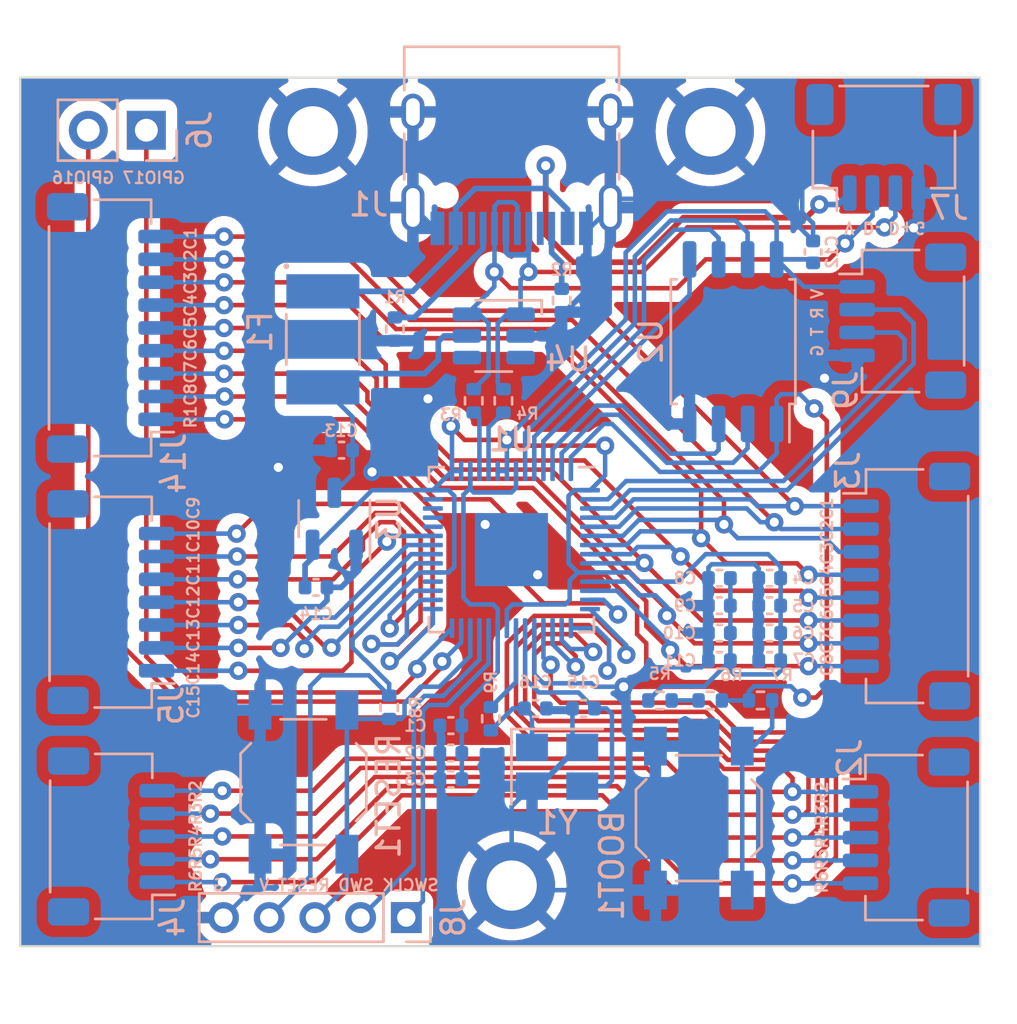
<source format=kicad_pcb>
(kicad_pcb (version 20221018) (generator pcbnew)
  (layers (0 "F.Cu" signal) (31 "B.Cu" signal) (34 "B.Paste" user) (35 "F.Paste" user) (36 "B.SilkS" user "B.Silkscreen") (37 "F.SilkS" user "F.Silkscreen") (38 "B.Mask" user) (39 "F.Mask" user) (44 "Edge.Cuts" user))
  (net 0 "")
  (net 1 "GND")
  (net 2 "Net-(BOOT1-Pad2)")
  (net 3 "+1V1")
  (net 4 "+3V3")
  (net 5 "+5V")
  (net 6 "XIN")
  (net 7 "Net-(C16-Pad2)")
  (net 8 "VBUS")
  (net 9 "USB_D-")
  (net 10 "USB_D+")
  (net 11 "Net-(R5-Pad1)")
  (net 12 "QSPI_SS")
  (net 13 "RESET")
  (net 14 "XOUT")
  (net 15 "RX01")
  (net 16 "TX01")
  (net 17 "COL15")
  (net 18 "SWCLK")
  (net 19 "SWD")
  (net 25 "QSPI_SD3")
  (net 26 "QSPI_SCLK")
  (net 27 "QSPI_SD0")
  (net 28 "QSPI_SD2")
  (net 29 "QSPI_SD1")
  (net 32 "Net-(J1-CC1)")
  (net 34 "Net-(J1-CC2)")
  (net 36 "COL14")
  (net 37 "COL13")
  (net 38 "COL12")
  (net 39 "COL11")
  (net 40 "COL10")
  (net 41 "COL9")
  (net 42 "COL8")
  (net 43 "ROW6")
  (net 44 "ROW5")
  (net 45 "ROW4")
  (net 46 "ROW3")
  (net 47 "ROW2")
  (net 48 "ROW1")
  (net 49 "COL7")
  (net 50 "COL6")
  (net 51 "COL5")
  (net 52 "COL4")
  (net 53 "COL3")
  (net 54 "COL2")
  (net 55 "COL1")
  (net 56 "JST_D-")
  (net 57 "JST_D+")
  (net 58 "GPIO16")
  (net 59 "GPIO17")
  (footprint "MountingHole:MountingHole_2.2mm_M2_DIN965_Pad" (layer "F.Cu") (at 27.01 24)
    (fp_text reference "REF**" hide)
    (fp_text value "MountingHole_2.2mm_M2_DIN965_Pad" hide)
  )
  (footprint "MountingHole:MountingHole_2.2mm_M2_DIN965_Pad" (layer "F.Cu") (at 35.71 57)
    (fp_text reference "REF**" hide)
    (fp_text value "MountingHole_2.2mm_M2_DIN965_Pad")
  )
  (footprint "MountingHole:MountingHole_2.2mm_M2_DIN965_Pad" (layer "F.Cu") (at 44.41 24)
    (fp_text reference "REF**" hide)
    (fp_text value "MountingHole_2.2mm_M2_DIN965_Pad" hide)
  )
  (footprint "PCM_marbastlib-various:SOT-23-6-routable" (layer "B.Cu") (at 34.925 32.95 180)
    (fp_text reference "U4")
    (fp_text value "SRV05-4")
  )
  (footprint "Capacitor_SMD:C_0402_1005Metric" (layer "B.Cu") (at 48.9 29.275 90)
    (fp_text reference "C12")
    (fp_text value "1u")
  )
  (footprint "Button_Switch_SMD:SW_SPST_TL3342" (layer "B.Cu") (at 43.9 54.05 -90)
    (fp_text reference "BOOT1")
    (fp_text value "SW_Push")
  )
  (footprint "Resistor_SMD:R_0402_1005Metric" (layer "B.Cu") (at 44.4 48.9 180)
    (fp_text reference "R6")
    (fp_text value "5.1k")
  )
  (footprint "Resistor_SMD:R_0402_1005Metric" (layer "B.Cu") (at 37.9 31.4 -90)
    (fp_text reference "R2")
    (fp_text value "5.1k")
  )
  (footprint "Capacitor_SMD:C_0402_1005Metric" (layer "B.Cu") (at 33.05 52.35 180)
    (fp_text reference "C3")
    (fp_text value "100n")
  )
  (footprint "Connector_JST:JST_SH_SM07B-SRSS-TB_1x07-1MP_P1.00mm_Horizontal" (layer "B.Cu") (at 18.175 44.6 90)
    (fp_text reference "J5")
    (fp_text value "Conn_01x07")
  )
  (footprint "Connector_JST:JST_SH_SM04B-SRSS-TB_1x04-1MP_P1.00mm_Horizontal" (layer "B.Cu") (at 52.825 32.3 -90)
    (fp_text reference "J9")
    (fp_text value "Conn_01x04")
  )
  (footprint "Connector_USB:USB_C_Receptacle_HRO_TYPE-C-31-M-12" (layer "B.Cu") (at 35.71 24.2)
    (fp_text reference "J1")
    (fp_text value "USB_C_Receptacle_USB2.0")
  )
  (footprint "Resistor_SMD:R_0402_1005Metric" (layer "B.Cu") (at 34.8 49.7 90)
    (fp_text reference "R9")
    (fp_text value "1k")
  )
  (footprint "Resistor_SMD:R_0402_1005Metric" (layer "B.Cu") (at 35.35 35.79 -90)
    (fp_text reference "R4")
    (fp_text value "27")
  )
  (footprint "Capacitor_SMD:C_0402_1005Metric" (layer "B.Cu") (at 47 44.75 180)
    (fp_text reference "C5")
    (fp_text value "1u")
  )
  (footprint "Capacitor_SMD:C_0402_1005Metric" (layer "B.Cu") (at 44.8 47.15 180)
    (fp_text reference "C11")
    (fp_text value "100n")
  )
  (footprint "Resistor_SMD:R_0402_1005Metric" (layer "B.Cu") (at 46.6 48.9 180)
    (fp_text reference "R7")
    (fp_text value "1k")
  )
  (footprint "Package_SO:SOIC-8_5.23x5.23mm_P1.27mm" (layer "B.Cu") (at 45.4 33.2 90)
    (fp_text reference "U2")
    (fp_text value "W25Q128JVS")
  )
  (footprint "Connector_JST:JST_SH_SM08B-SRSS-TB_1x08-1MP_P1.00mm_Horizontal" (layer "B.Cu") (at 53 43.9 -90)
    (fp_text reference "J3")
    (fp_text value "Conn_01x08")
  )
  (footprint "Capacitor_SMD:C_0402_1005Metric" (layer "B.Cu") (at 38.85 49.25)
    (fp_text reference "C15")
    (fp_text value "22p")
  )
  (footprint "Capacitor_SMD:C_0402_1005Metric" (layer "B.Cu") (at 44.8 45.95 180)
    (fp_text reference "C10")
    (fp_text value "100n")
  )
  (footprint "Crystal:Crystal_SMD_3225-4Pin_3.2x2.5mm" (layer "B.Cu") (at 37.7 51.8)
    (fp_text reference "Y1")
    (fp_text value "Crystal_GND24")
  )
  (footprint "Capacitor_SMD:C_0402_1005Metric" (layer "B.Cu") (at 47 45.95 180)
    (fp_text reference "C6")
    (fp_text value "100n")
  )
  (footprint "Capacitor_SMD:C_0402_1005Metric" (layer "B.Cu") (at 27.15 43.95)
    (fp_text reference "C14")
    (fp_text value "1u")
  )
  (footprint "Package_TO_SOT_SMD:SOT-23-3" (layer "B.Cu") (at 27.95 40.95 90)
    (fp_text reference "U3")
    (fp_text value "XC6206PxxxMR")
  )
  (footprint "Package_DFN_QFN:QFN-56-1EP_7x7mm_P0.4mm_EP3.2x3.2mm" (layer "B.Cu") (at 35.7 42.3 180)
    (fp_text reference "U1")
    (fp_text value "RP2040")
  )
  (footprint "Capacitor_SMD:C_0402_1005Metric" (layer "B.Cu") (at 44.8 43.55 180)
    (fp_text reference "C8")
    (fp_text value "100n")
  )
  (footprint "Capacitor_SMD:C_0402_1005Metric" (layer "B.Cu") (at 28.27 37.95 180)
    (fp_text reference "C13")
    (fp_text value "1u")
  )
  (footprint "Fuse:MF-MSMF050-2" (layer "B.Cu") (at 27.45 33.1 -90)
    (fp_text reference "F1")
    (fp_text value "Fuse_Small")
  )
  (footprint "Connector_PinHeader_2.54mm:PinHeader_1x02_P2.54mm_Vertical" (layer "B.Cu") (at 19.725 23.95 90)
    (fp_text reference "J6")
    (fp_text value "Conn_01x02")
  )
  (footprint "Resistor_SMD:R_0402_1005Metric" (layer "B.Cu") (at 34.05 35.79 -90)
    (fp_text reference "R3")
    (fp_text value "27")
  )
  (footprint "Connector_JST:JST_SH_SM09B-SRSS-TB_1x09-1MP_P1.00mm_Horizontal" (layer "B.Cu") (at 18.15 32.6 90)
    (fp_text reference "J14")
    (fp_text value "Conn_01x09")
  )
  (footprint "Resistor_SMD:R_0402_1005Metric" (layer "B.Cu") (at 30.35 49.2 90)
    (fp_text reference "R8")
    (fp_text value "5.1k")
  )
  (footprint "Capacitor_SMD:C_0402_1005Metric" (layer "B.Cu") (at 33.05 50 180)
    (fp_text reference "C1")
    (fp_text value "1u")
  )
  (footprint "Button_Switch_SMD:SW_SPST_TL3342" (layer "B.Cu") (at 26.6 52.475 -90)
    (fp_text reference "RESET1")
    (fp_text value "SW_Push")
  )
  (footprint "Capacitor_SMD:C_0402_1005Metric" (layer "B.Cu") (at 44.8 44.75 180)
    (fp_text reference "C9")
    (fp_text value "100n")
  )
  (footprint "Capacitor_SMD:C_0402_1005Metric" (layer "B.Cu") (at 47 43.55 180)
    (fp_text reference "C4")
    (fp_text value "10u")
  )
  (footprint "Connector_JST:JST_SH_SM04B-SRSS-TB_1x04-1MP_P1.00mm_Horizontal" (layer "B.Cu") (at 52 24.7)
    (fp_text reference "J7")
    (fp_text value "Conn_01x04" hide)
  )
  (footprint "Connector_JST:JST_SH_SM05B-SRSS-TB_1x05-1MP_P1.00mm_Horizontal" (layer "B.Cu") (at 52.975 54.9 -90)
    (fp_text reference "J2")
    (fp_text value "Conn_01x05")
  )
  (footprint "Capacitor_SMD:C_0402_1005Metric" (layer "B.Cu") (at 47 47.15 180)
    (fp_text reference "C7")
    (fp_text value "100n")
  )
  (footprint "Capacitor_SMD:C_0402_1005Metric" (layer "B.Cu") (at 36.75 49.25 180)
    (fp_text reference "C16")
    (fp_text value "22p")
  )
  (footprint "Resistor_SMD:R_0402_1005Metric" (layer "B.Cu") (at 42.2 48.9 180)
    (fp_text reference "R5")
    (fp_text value "5.1k")
  )
  (footprint "Connector_PinHeader_2.00mm:PinHeader_1x05_P2.00mm_Vertical" (layer "B.Cu") (at 31.1 58.4 90)
    (fp_text reference "J8")
    (fp_text value "Conn_01x05")
  )
  (footprint "Resistor_SMD:R_0402_1005Metric" (layer "B.Cu") (at 30.6 32.65 -90)
    (fp_text reference "R1")
    (fp_text value "5.1k")
  )
  (footprint "Capacitor_SMD:C_0402_1005Metric" (layer "B.Cu") (at 33.05 51.2 180)
    (fp_text reference "C2")
    (fp_text value "100n")
  )
  (footprint "Connector_JST:JST_SH_SM05B-SRSS-TB_1x05-1MP_P1.00mm_Horizontal" (layer "B.Cu") (at 18.2 54.85 90)
    (fp_text reference "J4")
    (fp_text value "Conn_01x05")
  )
  (gr_rect (start 14.21 21.65) (end 56.21 59.65) (stroke (width 0.1)) (fill none) (layer "Edge.Cuts"))
  (gr_text "GPIO17 GPIO16" (at 21.475 26.325) (layer "B.SilkS") (effects (font (size 0.5 0.5) (thickness 0.1) bold) (justify left bottom mirror)))
  (gr_text "V D-D+G" (at 50.2 27.925 180) (layer "B.SilkS") (effects (font (size 0.5 0.5) (thickness 0.1) bold) (justify left bottom mirror)))
  (gr_text "SWCLK SWD RESET V    G" (at 32.575 57.275) (layer "B.SilkS") (effects (font (size 0.5 0.5) (thickness 0.1) bold) (justify left bottom mirror)))
  (gr_text "R6R5R4R3R2" (at 49.575 57.4 90) (layer "B.SilkS") (effects (font (size 0.5 0.5) (thickness 0.1) bold) (justify left bottom)))
  (gr_text "R6R5R4R3R2" (at 22.175 57.35 90) (layer "B.SilkS") (effects (font (size 0.5 0.5) (thickness 0.1) bold) (justify left bottom)))
  (gr_text "C8C7C6C5C4C3C2C1" (at 49.8 47.9 90) (layer "B.SilkS") (effects (font (size 0.5 0.5) (thickness 0.1) bold) (justify left bottom)))
  (gr_text "R1C8C7C6C5C4C3C2C1" (at 21.95 37.05 90) (layer "B.SilkS") (effects (font (size 0.5 0.5) (thickness 0.1) bold) (justify left bottom)))
  (gr_text "C15C14C13C12C11C10C9" (at 22.075 49.75 90) (layer "B.SilkS") (effects (font (size 0.5 0.5) (thickness 0.1) bold) (justify left bottom)))
  (gr_text "V R T G" (at 49.375 30.825 90) (layer "B.SilkS") (effects (font (size 0.5 0.5) (thickness 0.1) bold) (justify left bottom mirror)))
  (segment (start 29.75 38.05) (end 32.9 41.2) (width 0.2) (layer "F.Cu") (net 1))
  (segment (start 52.725 28.8) (end 52.725 33.975) (width 0.2) (layer "F.Cu") (net 1))
  (segment (start 51.9 34.8) (end 49.4 34.8) (width 0.2) (layer "F.Cu") (net 1))
  (segment (start 41.3495 48.3005) (end 41.6 48.05) (width 0.2) (layer "F.Cu") (net 1))
  (segment (start 53.3 28.225) (end 52.725 28.8) (width 0.2) (layer "F.Cu") (net 1))
  (segment (start 41.2 46) (end 41.2 44.8) (width 0.2) (layer "F.Cu") (net 1))
  (segment (start 41.6 48.05) (end 41.6 46.4) (width 0.2) (layer "F.Cu") (net 1))
  (segment (start 41.6 46.4) (end 41.2 46) (width 0.2) (layer "F.Cu") (net 1))
  (segment (start 32.9 41.2) (end 34.55 41.2) (width 0.2) (layer "F.Cu") (net 1))
  (segment (start 41.2 44.8) (end 39.8 43.4) (width 0.2) (layer "F.Cu") (net 1))
  (segment (start 40.609519 48.3005) (end 41.3495 48.3005) (width 0.2) (layer "F.Cu") (net 1))
  (segment (start 52.725 33.975) (end 51.9 34.8) (width 0.2) (layer "F.Cu") (net 1))
  (segment (start 25.5 38.7) (end 26.15 38.05) (width 0.2) (layer "F.Cu") (net 1))
  (segment (start 26.15 38.05) (end 29.75 38.05) (width 0.2) (layer "F.Cu") (net 1))
  (segment (start 39.8 43.4) (end 36.85 43.4) (width 0.2) (layer "F.Cu") (net 1))
  (via (at 40.609519 48.3005) (size 0.8) (drill 0.4) (layers "F.Cu" "B.Cu") (net 1))
  (via (at 29.6 38.9) (size 0.8) (drill 0.4) (layers "F.Cu" "B.Cu") (net 1))
  (via (at 36.85 43.4) (size 0.8) (drill 0.4) (layers "F.Cu" "B.Cu") (net 1))
  (via (at 49.4 34.8) (size 0.8) (drill 0.4) (layers "F.Cu" "B.Cu") (net 1))
  (via (at 53.3 28.225) (size 0.8) (drill 0.4) (layers "F.Cu" "B.Cu") (net 1))
  (via (at 34.55 41.2) (size 0.8) (drill 0.4) (layers "F.Cu" "B.Cu") (net 1))
  (via (at 25.5 38.7) (size 0.8) (drill 0.4) (layers "F.Cu" "B.Cu") (net 1))
  (via (at 32.05 35.7) (size 0.8) (drill 0.4) (layers "F.Cu" "B.Cu") (net 1))
  (segment (start 44.02 47.45) (end 44.32 47.15) (width 0.2) (layer "B.Cu") (net 1))
  (segment (start 38.96 30.99) (end 38.04 31.91) (width 0.25) (layer "B.Cu") (net 1))
  (segment (start 40.41 26.95) (end 40.03 27.33) (width 0.2) (layer "B.Cu") (net 1))
  (segment (start 27.63 43.95) (end 28.25 43.95) (width 0.25) (layer "B.Cu") (net 1))
  (segment (start 38.8 50.95) (end 38.6 50.95) (width 0.25) (layer "B.Cu") (net 1))
  (segment (start 43.495 36.8) (end 43.495 35.005) (width 0.2) (layer "B.Cu") (net 1))
  (segment (start 44.32 44.75) (end 44.32 43.55) (width 0.2) (layer "B.Cu") (net 1))
  (segment (start 48.425 26.15) (end 49.275 25.3) (width 0.2) (layer "B.Cu") (net 1))
  (segment (start 39.3505 48.3005) (end 39.2 48.15) (width 0.2) (layer "B.Cu") (net 1))
  (segment (start 53.3 28.225) (end 53.5 28.025) (width 0.2) (layer "B.Cu") (net 1))
  (segment (start 37.9 32.25) (end 37.2 32.95) (width 0.25) (layer "B.Cu") (net 1))
  (segment (start 44.32 43.08) (end 44.32 43.55) (width 0.2) (layer "B.Cu") (net 1))
  (segment (start 32.305 28.245) (end 31.39 27.33) (width 0.25) (layer "B.Cu") (net 1))
  (segment (start 40.609519 48.3005) (end 40.9495 48.3005) (width 0.2) (layer "B.Cu") (net 1))
  (segment (start 40.609519 50.259519) (end 40.609519 48.3005) (width 0.2) (layer "B.Cu") (net 1))
  (segment (start 40.9495 48.3005) (end 41.8 47.45) (width 0.2) (layer "B.Cu") (net 1))
  (segment (start 48.9 28.795) (end 47.055 26.95) (width 0.2) (layer "B.Cu") (net 1))
  (segment (start 42 50.9) (end 41.25 50.9) (width 0.2) (layer "B.Cu") (net 1))
  (segment (start 35.71 57) (end 35.71 53.54) (width 0.2) (layer "B.Cu") (net 1))
  (segment (start 48.425 27.55) (end 48.425 26.15) (width 0.2) (layer "B.Cu") (net 1))
  (segment (start 46.52 44.75) (end 46.52 45.95) (width 0.2) (layer "B.Cu") (net 1))
  (segment (start 53.5 28.025) (end 53.5 26.7) (width 0.2) (layer "B.Cu") (net 1))
  (segment (start 32.57 52.35) (end 32.57 51.2) (width 0.2) (layer "B.Cu") (net 1))
  (segment (start 52.925 25.3) (end 53.5 25.875) (width 0.2) (layer "B.Cu") (net 1))
  (segment (start 24.6 37.8) (end 24.6 33.9) (width 0.2) (layer "B.Cu") (net 1))
  (segment (start 32.57 52.87) (end 32.9 53.2) (width 0.2) (layer "B.Cu") (net 1))
  (segment (start 28.9 43.3) (end 28.9 42.0875) (width 0.25) (layer "B.Cu") (net 1))
  (segment (start 46.52 43.12) (end 46.34 42.94) (width 0.2) (layer "B.Cu") (net 1))
  (segment (start 24.7 56.8) (end 24.7 55.625) (width 0.2) (layer "B.Cu") (net 1))
  (segment (start 38.6 50.95) (end 36.9 52.65) (width 0.25) (layer "B.Cu") (net 1))
  (segment (start 48.9 28.795) (end 48.9 28.025) (width 0.2) (layer "B.Cu") (net 1))
  (segment (start 39.115 28.245) (end 40.03 27.33) (width 0.2) (layer "B.Cu") (net 1))
  (segment (start 49.275 25.3) (end 52.925 25.3) (width 0.2) (layer "B.Cu") (net 1))
  (segment (start 40.609519 48.3005) (end 39.3505 48.3005) (width 0.2) (layer "B.Cu") (net 1))
  (segment (start 36.6 52.65) (end 36.8 52.65) (width 0.25) (layer "B.Cu") (net 1))
  (segment (start 38.04 31.91) (end 37.9 31.91) (width 0.25) (layer "B.Cu") (net 1))
  (segment (start 37.1 48.15) (end 39.2 48.15) (width 0.2) (layer "B.Cu") (net 1))
  (segment (start 35.55 52.65) (end 36.6 52.65) (width 0.2) (layer "B.Cu") (net 1))
  (segment (start 37.23 49.25) (end 38.37 49.25) (width 0.2) (layer "B.Cu") (net 1))
  (segment (start 32.57 52.35) (end 32.57 52.87) (width 0.2) (layer "B.Cu") (net 1))
  (segment (start 25.34 33.16) (end 30.6 33.16) (width 0.2) (layer "B.Cu") (net 1))
  (segment (start 42 57.2) (end 35.91 57.2) (width 0.2) (layer "B.Cu") (net 1))
  (segment (start 27.63 44.52) (end 27.63 43.95) (width 0.25) (layer "B.Cu") (net 1))
  (segment (start 32.57 50) (end 32.57 51.2) (width 0.2) (layer "B.Cu") (net 1))
  (segment (start 46.52 43.55) (end 46.52 44.75) (width 0.2) (layer "B.Cu") (net 1))
  (segment (start 37.2 32.95) (end 36.1 32.95) (width 0.25) (layer "B.Cu") (net 1))
  (segment (start 38.96 28.245) (end 38.96 30.99) (width 0.25) (layer "B.Cu") (net 1))
  (segment (start 43.495 35.005) (end 44.7 33.8) (width 0.2) (layer "B.Cu") (net 1))
  (segment (start 32.9 53.2) (end 35 53.2) (width 0.2) (layer "B.Cu") (net 1))
  (segment (start 38.37 49.25) (end 38.37 50.52) (width 0.2) (layer "B.Cu") (net 1))
  (segment (start 31.39 27.33) (end 31.39 23.15) (width 0.25) (layer "B.Cu") (net 1))
  (segment (start 25.5 38.7) (end 25.8 39) (width 0.25) (layer "B.Cu") (net 1))
  (segment (start 40.03 27.33) (end 40.03 23.15) (width 0.2) (layer "B.Cu") (net 1))
  (segment (start 38.96 28.245) (end 39.115 28.245) (width 0.2) (layer "B.Cu") (net 1))
  (segment (start 41.25 50.9) (end 40.609519 50.259519) (width 0.2) (layer "B.Cu") (net 1))
  (segment (start 25.8 39) (end 25.8 44.45) (width 0.25) (layer "B.Cu") (net 1))
  (segment (start 24.6 33.9) (end 25.34 33.16) (width 0.2) (layer "B.Cu") (net 1))
  (segment (start 46.52 43.55) (end 46.52 43.12) (width 0.2) (layer "B.Cu") (net 1))
  (segment (start 35.91 57.2) (end 35.71 57) (width 0.2) (layer "B.Cu") (net 1))
  (segment (start 46.52 47.15) (end 46.52 45.95) (width 0.2) (layer "B.Cu") (net 1))
  (segment (start 28.25 43.95) (end 28.9 43.3) (width 0.25) (layer "B.Cu") (net 1))
  (segment (start 26.15 44.8) (end 27.35 44.8) (width 0.25) (layer "B.Cu") (net 1))
  (segment (start 53.5 25.875) (end 53.5 26.7) (width 0.2) (layer "B.Cu") (net 1))
  (segment (start 37.9 31.91) (end 37.9 32.25) (width 0.25) (layer "B.Cu") (net 1))
  (segment (start 37.1 48.15) (end 36.7 47.75) (width 0.2) (layer "B.Cu") (net 1))
  (segment (start 46.34 42.94) (end 44.46 42.94) (width 0.2) (layer "B.Cu") (net 1))
  (segment (start 25.8 44.45) (end 26.15 44.8) (width 0.25) (layer "B.Cu") (net 1))
  (segment (start 44.32 47.15) (end 44.32 45.95) (width 0.2) (layer "B.Cu") (net 1))
  (segment (start 24.7 49.325) (end 24.7 55.625) (width 0.2) (layer "B.Cu") (net 1))
  (segment (start 42 50.9) (end 42 57.2) (width 0.2) (layer "B.Cu") (net 1))
  (segment (start 32.46 28.245) (end 32.305 28.245) (width 0.25) (layer "B.Cu") (net 1))
  (segment (start 36.7 47.75) (end 36.7 45.7375) (width 0.2) (layer "B.Cu") (net 1))
  (segment (start 27.35 44.8) (end 27.63 44.52) (width 0.25) (layer "B.Cu") (net 1))
  (segment (start 25.5 38.7) (end 26.25 37.95) (width 0.2) (layer "B.Cu") (net 1))
  (segment (start 35 53.2) (end 35.55 52.65) (width 0.2) (layer "B.Cu") (net 1))
  (segment (start 50.325 34.8) (end 49.4 34.8) (width 0.2) (layer "B.Cu") (net 1))
  (segment (start 23.1 58.4) (end 24.7 56.8) (width 0.2) (layer "B.Cu") (net 1))
  (segment (start 44.32 45.95) (end 44.32 44.75) (width 0.2) (layer "B.Cu") (net 1))
  (segment (start 41.8 47.45) (end 44.02 47.45) (width 0.2) (layer "B.Cu") (net 1))
  (segment (start 47.055 26.95) (end 40.41 26.95) (width 0.2) (layer "B.Cu") (net 1))
  (segment (start 26.25 37.95) (end 27.79 37.95) (width 0.2) (layer "B.Cu") (net 1))
  (segment (start 25.5 38.7) (end 24.6 37.8) (width 0.2) (layer "B.Cu") (net 1))
  (segment (start 38.37 50.52) (end 38.8 50.95) (width 0.2) (layer "B.Cu") (net 1))
  (segment (start 48.9 28.025) (end 48.425 27.55) (width 0.2) (layer "B.Cu") (net 1))
  (segment (start 51.325 33.8) (end 50.325 34.8) (width 0.2) (layer "B.Cu") (net 1))
  (segment (start 44.7 33.8) (end 51.325 33.8) (width 0.2) (layer "B.Cu") (net 1))
  (segment (start 35.71 53.54) (end 36.6 52.65) (width 0.2) (layer "B.Cu") (net 1))
  (segment (start 44.46 42.94) (end 44.32 43.08) (width 0.2) (layer "B.Cu") (net 1))
  (segment (start 47.11 50.09) (end 46.3 50.9) (width 0.2) (layer "B.Cu") (net 2))
  (segment (start 46.3 50.9) (end 45.8 50.9) (width 0.2) (layer "B.Cu") (net 2))
  (segment (start 45.8 57.2) (end 45.8 50.9) (width 0.2) (layer "B.Cu") (net 2))
  (segment (start 47.11 50.09) (end 47.11 48.7) (width 0.2) (layer "B.Cu") (net 2))
  (segment (start 33.9 44.7) (end 33.6 44.4) (width 0.2) (layer "B.Cu") (net 3))
  (segment (start 33.53 52.35) (end 33.53 51.2) (width 0.2) (layer "B.Cu") (net 3))
  (segment (start 35.1 44.9) (end 34.9 44.7) (width 0.2) (layer "B.Cu") (net 3))
  (segment (start 33.53 50) (end 33.53 49.22) (width 0.2) (layer "B.Cu") (net 3))
  (segment (start 34.9 44.7) (end 33.9 44.7) (width 0.2) (layer "B.Cu") (net 3))
  (segment (start 33.53 49.22) (end 35.1 47.65) (width 0.2) (layer "B.Cu") (net 3))
  (segment (start 33.9 39.65) (end 34.05 39.8) (width 0.2) (layer "B.Cu") (net 3))
  (segment (start 34.05 39.8) (end 35.7 39.8) (width 0.2) (layer "B.Cu") (net 3))
  (segment (start 35.9 39.6) (end 35.9 38.8625) (width 0.2) (layer "B.Cu") (net 3))
  (segment (start 35.1 45.7375) (end 35.1 44.9) (width 0.2) (layer "B.Cu") (net 3))
  (segment (start 33.6 44.4) (end 33.6 39.9) (width 0.2) (layer "B.Cu") (net 3))
  (segment (start 33.9 39.6) (end 33.9 38.8625) (width 0.2) (layer "B.Cu") (net 3))
  (segment (start 35.1 47.65) (end 35.1 45.7375) (width 0.2) (layer "B.Cu") (net 3))
  (segment (start 33.6 39.9) (end 33.9 39.6) (width 0.2) (layer "B.Cu") (net 3))
  (segment (start 33.53 50) (end 33.53 51.2) (width 0.2) (layer "B.Cu") (net 3))
  (segment (start 33.9 38.8625) (end 33.9 39.65) (width 0.2) (layer "B.Cu") (net 3))
  (segment (start 35.7 39.8) (end 35.9 39.6) (width 0.2) (layer "B.Cu") (net 3))
  (segment (start 35.5 37.5) (end 33.65 37.5) (width 0.2) (layer "F.Cu") (net 4))
  (segment (start 33.65 37.5) (end 33.05 36.9) (width 0.2) (layer "F.Cu") (net 4))
  (segment (start 35.75 37.75) (end 35.5 37.5) (width 0.2) (layer "F.Cu") (net 4))
  (segment (start 39.8 37.75) (end 35.75 37.75) (width 0.2) (layer "F.Cu") (net 4))
  (via (at 39.8 37.75) (size 0.8) (drill 0.4) (layers "F.Cu" "B.Cu") (net 4))
  (via (at 35.5 37.5) (size 0.8) (drill 0.4) (layers "F.Cu" "B.Cu") (net 4))
  (via (at 33.05 36.9) (size 0.8) (drill 0.4) (layers "F.Cu" "B.Cu") (net 4))
  (segment (start 38.2 42.894975) (end 38.2 39.95) (width 0.2) (layer "B.Cu") (net 4))
  (segment (start 38.605025 43.3) (end 38.2 42.894975) (width 0.2) (layer "B.Cu") (net 4))
  (segment (start 33.1 36.95) (end 33.1 38.8625) (width 0.2) (layer "B.Cu") (net 4))
  (segment (start 45.28 47.15) (end 44.15 48.28) (width 0.2) (layer "B.Cu") (net 4))
  (segment (start 26.67 42.98) (end 26.67 43.95) (width 0.25) (layer "B.Cu") (net 4))
  (segment (start 47.48 45.95) (end 47.48 44.75) (width 0.2) (layer "B.Cu") (net 4))
  (segment (start 45.28 43.55) (end 45.3 43.55) (width 0.2) (layer "B.Cu") (net 4))
  (segment (start 40.857843 43.3) (end 41.257843 43.7) (width 0.2) (layer "B.Cu") (net 4))
  (segment (start 39.15 39.7) (end 39.1375 39.7) (width 0.2) (layer "B.Cu") (net 4))
  (segment (start 31.680025 43.3) (end 32.2625 43.3) (width 0.2) (layer "B.Cu") (net 4))
  (segment (start 26.9 48.275) (end 27.375 47.8) (width 0.2) (layer "B.Cu") (net 4))
  (segment (start 47.48 47.15) (end 47.48 45.95) (width 0.2) (layer "B.Cu") (net 4))
  (segment (start 45.28 47.58) (end 45.28 47.15) (width 0.2) (layer "B.Cu") (net 4))
  (segment (start 39.8 37.75) (end 39.8 39.05) (width 0.2) (layer "B.Cu") (net 4))
  (segment (start 29.6 39.7) (end 27.2125 42.0875) (width 0.2) (layer "B.Cu") (net 4))
  (segment (start 35.5 44.95) (end 35.75 44.7) (width 0.2) (layer "B.Cu") (net 4))
  (segment (start 38.605025 43.3) (end 39.1375 43.3) (width 0.2) (layer "B.Cu") (net 4))
  (segment (start 33.2 39.95) (end 33.2 43.05) (width 0.2) (layer "B.Cu") (net 4))
  (segment (start 27.375 47.8) (end 29.46 47.8) (width 0.2) (layer "B.Cu") (net 4))
  (segment (start 30.35 48.69) (end 30.35 48.175) (width 0.2) (layer "B.Cu") (net 4))
  (segment (start 48.9 29.755) (end 48.745 29.6) (width 0.2) (layer "B.Cu") (net 4))
  (segment (start 48.745 29.6) (end 47.305 29.6) (width 0.2) (layer "B.Cu") (net 4))
  (segment (start 28.75 46.230025) (end 31.680025 43.3) (width 0.2) (layer "B.Cu") (net 4))
  (segment (start 47.305 28.005) (end 46.8 27.5) (width 0.2) (layer "B.Cu") (net 4))
  (segment (start 47.48 47.15) (end 47.48 47.6) (width 0.2) (layer "B.Cu") (net 4))
  (segment (start 47.48 43.05) (end 47.48 43.55) (width 0.2) (layer "B.Cu") (net 4))
  (segment (start 39.8 39.05) (end 39.15 39.7) (width 0.2) (layer "B.Cu") (net 4))
  (segment (start 42.5 27.5) (end 40.7 29.3) (width 0.2) (layer "B.Cu") (net 4))
  (segment (start 46.8 27.5) (end 42.5 27.5) (width 0.2) (layer "B.Cu") (net 4))
  (segment (start 27 42.65) (end 26.67 42.98) (width 0.25) (layer "B.Cu") (net 4))
  (segment (start 44.15 48.28) (end 42.31 48.28) (width 0.2) (layer "B.Cu") (net 4))
  (segment (start 39.1375 43.3) (end 40.857843 43.3) (width 0.2) (layer "B.Cu") (net 4))
  (segment (start 32.95 43.3) (end 32.2625 43.3) (width 0.2) (layer "B.Cu") (net 4))
  (segment (start 38.2 39.95) (end 38.45 39.7) (width 0.2) (layer "B.Cu") (net 4))
  (segment (start 40.7 29.3) (end 40.7 32.234314) (width 0.2) (layer "B.Cu") (net 4))
  (segment (start 41.257843 43.7) (end 43 43.7) (width 0.2) (layer "B.Cu") (net 4))
  (segment (start 40.7 32.234314) (end 35.5 37.434314) (width 0.2) (layer "B.Cu") (net 4))
  (segment (start 33.5 38.8625) (end 33.1 38.8625) (width 0.2) (layer "B.Cu") (net 4))
  (segment (start 33.05 36.9) (end 33.1 36.95) (width 0.2) (layer "B.Cu") (net 4))
  (segment (start 35.5 38.8625) (end 35.5 37.5) (width 0.2) (layer "B.Cu") (net 4))
  (segment (start 35.1 38.8625) (end 35.5 38.8625) (width 0.2) (layer "B.Cu") (net 4))
  (segment (start 47.48 43.55) (end 47.48 44.75) (width 0.2) (layer "B.Cu") (net 4))
  (segment (start 44.2 42.5) (end 46.93 42.5) (width 0.2) (layer "B.Cu") (net 4))
  (segment (start 47.32 47.76) (end 45.46 47.76) (width 0.2) (layer "B.Cu") (net 4))
  (segment (start 30.35 48.175) (end 29.3 47.125) (width 0.2) (layer "B.Cu") (net 4))
  (segment (start 33.1 38.8625) (end 32.2625 39.7) (width 0.2) (layer "B.Cu") (net 4))
  (segment (start 43 43.7) (end 44.2 42.5) (width 0.2) (layer "B.Cu") (net 4))
  (segment (start 45.28 45.95) (end 45.28 44.75) (width 0.2) (layer "B.Cu") (net 4))
  (segment (start 32.95 39.7) (end 33.2 39.95) (width 0.2) (layer "B.Cu") (net 4))
  (segment (start 45.28 43.55) (end 45.28 44.75) (width 0.2) (layer "B.Cu") (net 4))
  (segment (start 27.2125 42.0875) (end 27 42.0875) (width 0.2) (layer "B.Cu") (net 4))
  (segment (start 27 42.0875) (end 27 42.65) (width 0.25) (layer "B.Cu") (net 4))
  (segment (start 47.48 47.6) (end 47.32 47.76) (width 0.2) (layer "B.Cu") (net 4))
  (segment (start 38.05 44.7) (end 38.25 44.5) (width 0.2) (layer "B.Cu") (net 4))
  (segment (start 51.325 30.8) (end 48.505 30.8) (width 0.2) (layer "B.Cu") (net 4))
  (segment (start 29.46 47.8) (end 30.35 48.69) (width 0.2) (layer "B.Cu") (net 4))
  (segment (start 33.2 43.05) (end 32.95 43.3) (width 0.2) (layer "B.Cu") (net 4))
  (segment (start 35.5 37.434314) (end 35.5 37.5) (width 0.2) (layer "B.Cu") (net 4))
  (segment (start 32.2625 39.7) (end 32.95 39.7) (width 0.2) (layer "B.Cu") (net 4))
  (segment (start 25.1 58.4) (end 26.9 56.6) (width 0.2) (layer "B.Cu") (net 4))
  (segment (start 35.75 44.7) (end 38.05 44.7) (width 0.2) (layer "B.Cu") (net 4))
  (segment (start 47.305 29.6) (end 47.305 28.005) (width 0.2) (layer "B.Cu") (net 4))
  (segment (start 38.25 44.5) (end 38.25 43.655025) (width 0.2) (layer "B.Cu") (net 4))
  (segment (start 32.2625 39.7) (end 29.6 39.7) (width 0.2) (layer "B.Cu") (net 4))
  (segment (start 35.5 45.7375) (end 35.5 44.95) (width 0.2) (layer "B.Cu") (net 4))
  (segment (start 38.25 43.655025) (end 38.605025 43.3) (width 0.2) (layer "B.Cu") (net 4))
  (segment (start 26.9 56.6) (end 26.9 48.275) (width 0.2) (layer "B.Cu") (net 4))
  (segment (start 38.45 39.7) (end 39.1375 39.7) (width 0.2) (layer "B.Cu") (net 4))
  (segment (start 46.93 42.5) (end 47.48 43.05) (width 0.2) (layer "B.Cu") (net 4))
  (segment (start 28.75 46.58995) (end 28.75 46.230025) (width 0.2) (layer "B.Cu") (net 4))
  (segment (start 42.31 48.28) (end 41.69 48.9) (width 0.2) (layer "B.Cu") (net 4))
  (segment (start 29.28505 47.125) (end 28.75 46.58995) (width 0.2) (layer "B.Cu") (net 4))
  (segment (start 48.505 30.8) (end 47.305 29.6) (width 0.2) (layer "B.Cu") (net 4))
  (segment (start 45.46 47.76) (end 45.28 47.58) (width 0.2) (layer "B.Cu") (net 4))
  (segment (start 45.28 47.15) (end 45.28 45.95) (width 0.2) (layer "B.Cu") (net 4))
  (segment (start 29.3 47.125) (end 29.28505 47.125) (width 0.2) (layer "B.Cu") (net 4))
  (segment (start 27.45 35.2) (end 28.05 34.6) (width 0.25) (layer "B.Cu") (net 5))
  (segment (start 32.5 34) (end 32.5 33.2) (width 0.25) (layer "B.Cu") (net 5))
  (segment (start 32.5 33.2) (end 32.75 32.95) (width 0.25) (layer "B.Cu") (net 5))
  (segment (start 27.95 39.8125) (end 27.95 39.8) (width 0.2) (layer "B.Cu") (net 5))
  (segment (start 27.45 35.2) (end 28.75 36.5) (width 0.2) (layer "B.Cu") (net 5))
  (segment (start 27.95 39.8) (end 28.75 39) (width 0.2) (layer "B.Cu") (net 5))
  (segment (start 31.9 34.6) (end 32.5 34) (width 0.25) (layer "B.Cu") (net 5))
  (segment (start 28.75 36.5) (end 28.75 37.95) (width 0.2) (layer "B.Cu") (net 5))
  (segment (start 28.05 34.6) (end 31.9 34.6) (width 0.25) (layer "B.Cu") (net 5))
  (segment (start 28.75 39) (end 28.75 37.95) (width 0.2) (layer "B.Cu") (net 5))
  (segment (start 32.75 32.95) (end 33.75 32.95) (width 0.25) (layer "B.Cu") (net 5))
  (segment (start 38.8 52.65) (end 39.85 52.65) (width 0.2) (layer "B.Cu") (net 6))
  (segment (start 40.1 49.5) (end 39.85 49.25) (width 0.2) (layer "B.Cu") (net 6))
  (segment (start 38.63 48.55) (end 39.33 49.25) (width 0.2) (layer "B.Cu") (net 6))
  (segment (start 36.3 47.95) (end 36.9 48.55) (width 0.2) (layer "B.Cu") (net 6))
  (segment (start 36.3 45.7375) (end 36.3 47.95) (width 0.2) (layer "B.Cu") (net 6))
  (segment (start 39.85 49.25) (end 39.33 49.25) (width 0.2) (layer "B.Cu") (net 6))
  (segment (start 36.9 48.55) (end 38.63 48.55) (width 0.2) (layer "B.Cu") (net 6))
  (segment (start 40.1 52.4) (end 40.1 49.5) (width 0.2) (layer "B.Cu") (net 6))
  (segment (start 39.85 52.65) (end 40.1 52.4) (width 0.2) (layer "B.Cu") (net 6))
  (segment (start 36.6 50.95) (end 36.6 49.58) (width 0.2) (layer "B.Cu") (net 7))
  (segment (start 35.76 49.25) (end 34.8 50.21) (width 0.2) (layer "B.Cu") (net 7))
  (segment (start 36.6 49.58) (end 36.27 49.25) (width 0.2) (layer "B.Cu") (net 7))
  (segment (start 36.27 49.25) (end 35.76 49.25) (width 0.2) (layer "B.Cu") (net 7))
  (segment (start 49.175 27.2) (end 48.6 27.775) (width 0.25) (layer "F.Cu") (net 8))
  (segment (start 38.4 29.725) (end 37.2 28.525) (width 0.25) (layer "F.Cu") (net 8))
  (segment (start 48.6 27.775) (end 43.223959 27.775) (width 0.25) (layer "F.Cu") (net 8))
  (segment (start 41.27396 29.725) (end 38.4 29.725) (width 0.25) (layer "F.Cu") (net 8))
  (segment (start 37.2 28.525) (end 37.2 25.5) (width 0.25) (layer "F.Cu") (net 8))
  (segment (start 43.223959 27.775) (end 41.27396 29.725) (width 0.25) (layer "F.Cu") (net 8))
  (via (at 49.175 27.2) (size 0.8) (drill 0.4) (layers "F.Cu" "B.Cu") (net 8))
  (via (at 37.2 25.5) (size 0.8) (drill 0.4) (layers "F.Cu" "B.Cu") (net 8))
  (segment (start 38.16 27.42) (end 37.2 26.46) (width 0.25) (layer "B.Cu") (net 8))
  (segment (start 31.38 31) (end 33.26 29.12) (width 0.25) (layer "B.Cu") (net 8))
  (segment (start 27.45 31) (end 31.38 31) (width 0.25) (layer "B.Cu") (net 8))
  (segment (start 50 27.2) (end 50.5 26.7) (width 0.25) (layer "B.Cu") (net 8))
  (segment (start 38.16 28.245) (end 38.16 27.42) (width 0.25) (layer "B.Cu") (net 8))
  (segment (start 49.175 27.2) (end 50 27.2) (width 0.25) (layer "B.Cu") (net 8))
  (segment (start 33.26 27.349949) (end 33.26 28.245) (width 0.25) (layer "B.Cu") (net 8))
  (segment (start 37.2 26.46) (end 37.2 25.5) (width 0.25) (layer "B.Cu") (net 8))
  (segment (start 34.109949 26.5) (end 33.26 27.349949) (width 0.25) (layer "B.Cu") (net 8))
  (segment (start 33.26 29.12) (end 33.26 28.245) (width 0.25) (layer "B.Cu") (net 8))
  (segment (start 37.24 26.5) (end 34.109949 26.5) (width 0.25) (layer "B.Cu") (net 8))
  (segment (start 38.16 27.42) (end 37.24 26.5) (width 0.25) (layer "B.Cu") (net 8))
  (segment (start 34.05 36.3) (end 34.3 36.55) (width 0.2) (layer "B.Cu") (net 9))
  (segment (start 34.3 36.55) (end 34.3 38.8625) (width 0.2) (layer "B.Cu") (net 9))
  (segment (start 34.7 36.95) (end 34.7 38.8625) (width 0.2) (layer "B.Cu") (net 10))
  (segment (start 35.35 36.3) (end 34.7 36.95) (width 0.2) (layer "B.Cu") (net 10))
  (segment (start 42.71 48.9) (end 43.89 48.9) (width 0.2) (layer "B.Cu") (net 11))
  (segment (start 48.95 36.125) (end 49.5 36.675) (width 0.2) (layer "F.Cu") (net 12))
  (segment (start 49.025 48.775) (end 48.425 48.775) (width 0.2) (layer "F.Cu") (net 12))
  (segment (start 49.5 36.675) (end 49.5 48.3) (width 0.2) (layer "F.Cu") (net 12))
  (segment (start 49.5 48.3) (end 49.025 48.775) (width 0.2) (layer "F.Cu") (net 12))
  (via (at 48.95 36.125) (size 0.8) (drill 0.4) (layers "F.Cu" "B.Cu") (net 12))
  (via (at 48.425 48.775) (size 0.8) (drill 0.4) (layers "F.Cu" "B.Cu") (net 12))
  (segment (start 44.91 48.9) (end 46.09 48.9) (width 0.2) (layer "B.Cu") (net 12))
  (segment (start 38.3 38.8625) (end 38.3 38.247058) (width 0.2) (layer "B.Cu") (net 12))
  (segment (start 38.3 38.247058) (end 39.747058 36.8) (width 0.2) (layer "B.Cu") (net 12))
  (segment (start 48.325 35.5) (end 47.5 35.5) (width 0.2) (layer "B.Cu") (net 12))
  (segment (start 46.09 48.51) (end 46.09 48.9) (width 0.2) (layer "B.Cu") (net 12))
  (segment (start 47.305 35.695) (end 47.305 36.8) (width 0.2) (layer "B.Cu") (net 12))
  (segment (start 47.93 48.28) (end 46.32 48.28) (width 0.2) (layer "B.Cu") (net 12))
  (segment (start 48.95 36.125) (end 48.325 35.5) (width 0.2) (layer "B.Cu") (net 12))
  (segment (start 46.5 38.9) (end 47.305 38.095) (width 0.2) (layer "B.Cu") (net 12))
  (segment (start 47.5 35.5) (end 47.305 35.695) (width 0.2) (layer "B.Cu") (net 12))
  (segment (start 39.747058 36.8) (end 40.1 36.8) (width 0.2) (layer "B.Cu") (net 12))
  (segment (start 46.32 48.28) (end 46.09 48.51) (width 0.2) (layer "B.Cu") (net 12))
  (segment (start 40.1 36.8) (end 42.2 38.9) (width 0.2) (layer "B.Cu") (net 12))
  (segment (start 42.2 38.9) (end 46.5 38.9) (width 0.2) (layer "B.Cu") (net 12))
  (segment (start 48.425 48.775) (end 47.93 48.28) (width 0.2) (layer "B.Cu") (net 12))
  (segment (start 47.305 38.095) (end 47.305 36.8) (width 0.2) (layer "B.Cu") (net 12))
  (segment (start 30.35 49.71) (end 28.885 49.71) (width 0.2) (layer "B.Cu") (net 13))
  (segment (start 28.885 49.71) (end 28.5 49.325) (width 0.2) (layer "B.Cu") (net 13))
  (segment (start 31.025 49.55) (end 31.025 49.009314) (width 0.2) (layer "B.Cu") (net 13))
  (segment (start 28.7 49.925) (end 28.7 49.9) (width 0.2) (layer "B.Cu") (net 13))
  (segment (start 33.9 46.95) (end 33.9 45.7375) (width 0.2) (layer "B.Cu") (net 13))
  (segment (start 27.125 58.4) (end 28.5 57.025) (width 0.2) (layer "B.Cu") (net 13))
  (segment (start 30.865 49.71) (end 31.025 49.55) (width 0.2) (layer "B.Cu") (net 13))
  (segment (start 32.55 48.3) (end 33.9 46.95) (width 0.2) (layer "B.Cu") (net 13))
  (segment (start 30.35 49.71) (end 30.865 49.71) (width 0.2) (layer "B.Cu") (net 13))
  (segment (start 31.025 49.009314) (end 31.734315 48.3) (width 0.2) (layer "B.Cu") (net 13))
  (segment (start 27.1 58.4) (end 27.125 58.4) (width 0.2) (layer "B.Cu") (net 13))
  (segment (start 28.5 57.025) (end 28.5 55.625) (width 0.2) (layer "B.Cu") (net 13))
  (segment (start 28.5 55.625) (end 28.5 49.325) (width 0.2) (layer "B.Cu") (net 13))
  (segment (start 31.734315 48.3) (end 32.55 48.3) (width 0.2) (layer "B.Cu") (net 13))
  (segment (start 34.8 49.19) (end 35.9 48.09) (width 0.2) (layer "B.Cu") (net 14))
  (segment (start 35.9 48.09) (end 35.9 45.7375) (width 0.2) (layer "B.Cu") (net 14))
  (segment (start 53.3 32.4) (end 52.7 31.8) (width 0.2) (layer "B.Cu") (net 15))
  (segment (start 53.3 34.165686) (end 53.3 32.4) (width 0.2) (layer "B.Cu") (net 15))
  (segment (start 40.881371 39.7) (end 47.765686 39.7) (width 0.2) (layer "B.Cu") (net 15))
  (segment (start 39.1375 40.5) (end 40.081371 40.5) (width 0.2) (layer "B.Cu") (net 15))
  (segment (start 40.081371 40.5) (end 40.881371 39.7) (width 0.2) (layer "B.Cu") (net 15))
  (segment (start 47.765686 39.7) (end 53.3 34.165686) (width 0.2) (layer "B.Cu") (net 15))
  (segment (start 52.7 31.8) (end 50.825 31.8) (width 0.2) (layer "B.Cu") (net 15))
  (segment (start 47.6 39.3) (end 52.9 34) (width 0.2) (layer "B.Cu") (net 16))
  (segment (start 40.715686 39.3) (end 47.6 39.3) (width 0.2) (layer "B.Cu") (net 16))
  (segment (start 52.6 32.8) (end 50.825 32.8) (width 0.2) (layer "B.Cu") (net 16))
  (segment (start 52.9 33.1) (end 52.6 32.8) (width 0.2) (layer "B.Cu") (net 16))
  (segment (start 39.1375 40.1) (end 39.915686 40.1) (width 0.2) (layer "B.Cu") (net 16))
  (segment (start 52.9 34) (end 52.9 33.1) (width 0.2) (layer "B.Cu") (net 16))
  (segment (start 39.915686 40.1) (end 40.715686 39.3) (width 0.2) (layer "B.Cu") (net 16))
  (segment (start 28.7 43.5) (end 30.25 41.95) (width 0.2) (layer "F.Cu") (net 17))
  (segment (start 23.75 47.6) (end 28.325 47.6) (width 0.2) (layer "F.Cu") (net 17))
  (segment (start 28.7 47.225) (end 28.7 43.5) (width 0.2) (layer "F.Cu") (net 17))
  (segment (start 28.325 47.6) (end 28.7 47.225) (width 0.2) (layer "F.Cu") (net 17))
  (via (at 30.25 41.95) (size 0.8) (drill 0.4) (layers "F.Cu" "B.Cu") (net 17))
  (via (at 23.75 47.6) (size 0.8) (drill 0.4) (layers "F.Cu" "B.Cu") (net 17))
  (segment (start 20.175 47.6) (end 23.75 47.6) (width 0.2) (layer "B.Cu") (net 17))
  (segment (start 30.5 41.7) (end 32.2625 41.7) (width 0.2) (layer "B.Cu") (net 17))
  (segment (start 30.25 41.95) (end 30.5 41.7) (width 0.2) (layer "B.Cu") (net 17))
  (segment (start 32.881371 49.1) (end 34.7 47.281372) (width 0.2) (layer "B.Cu") (net 18))
  (segment (start 31.825 57.675) (end 31.825 49.340686) (width 0.2) (layer "B.Cu") (net 18))
  (segment (start 31.1 58.4) (end 31.825 57.675) (width 0.2) (layer "B.Cu") (net 18))
  (segment (start 34.7 47.281372) (end 34.7 45.7375) (width 0.2) (layer "B.Cu") (net 18))
  (segment (start 31.825 49.340686) (end 32.065686 49.1) (width 0.2) (layer "B.Cu") (net 18))
  (segment (start 32.065686 49.1) (end 32.881371 49.1) (width 0.2) (layer "B.Cu") (net 18))
  (segment (start 31.9 48.7) (end 32.715686 48.7) (width 0.2) (layer "B.Cu") (net 19))
  (segment (start 34.3 47.115686) (end 34.3 45.7375) (width 0.2) (layer "B.Cu") (net 19))
  (segment (start 31.425 49.175) (end 31.425 56.075) (width 0.2) (layer "B.Cu") (net 19))
  (segment (start 31.425 56.075) (end 29.1 58.4) (width 0.2) (layer "B.Cu") (net 19))
  (segment (start 31.9 48.7) (end 31.425 49.175) (width 0.2) (layer "B.Cu") (net 19))
  (segment (start 32.715686 48.7) (end 34.3 47.115686) (width 0.2) (layer "B.Cu") (net 19))
  (segment (start 36.3 37.2) (end 36.3 38.8625) (width 0.2) (layer "B.Cu") (net 25))
  (segment (start 45.5 27.9) (end 42.665686 27.9) (width 0.2) (layer "B.Cu") (net 25))
  (segment (start 41.1 32.4) (end 36.3 37.2) (width 0.2) (layer "B.Cu") (net 25))
  (segment (start 46.035 28.435) (end 45.5 27.9) (width 0.2) (layer "B.Cu") (net 25))
  (segment (start 46.035 29.6) (end 46.035 28.435) (width 0.2) (layer "B.Cu") (net 25))
  (segment (start 42.665686 27.9) (end 41.1 29.465686) (width 0.2) (layer "B.Cu") (net 25))
  (segment (start 41.1 29.465686) (end 41.1 32.4) (width 0.2) (layer "B.Cu") (net 25))
  (segment (start 41.5 32.565686) (end 36.7 37.365686) (width 0.2) (layer "B.Cu") (net 26))
  (segment (start 41.5 29.631372) (end 41.5 32.565686) (width 0.2) (layer "B.Cu") (net 26))
  (segment (start 42.831372 28.3) (end 41.5 29.631372) (width 0.2) (layer "B.Cu") (net 26))
  (segment (start 44.765 29.6) (end 44.765 28.665) (width 0.2) (layer "B.Cu") (net 26))
  (segment (start 44.765 28.665) (end 44.4 28.3) (width 0.2) (layer "B.Cu") (net 26))
  (segment (start 36.7 37.365686) (end 36.7 38.8625) (width 0.2) (layer "B.Cu") (net 26))
  (segment (start 44.4 28.3) (end 42.831372 28.3) (width 0.2) (layer "B.Cu") (net 26))
  (segment (start 43.495 31.155) (end 37.1 37.55) (width 0.2) (layer "B.Cu") (net 27))
  (segment (start 37.1 37.55) (end 37.1 38.8625) (width 0.2) (layer "B.Cu") (net 27))
  (segment (start 43.495 29.6) (end 43.495 31.155) (width 0.2) (layer "B.Cu") (net 27))
  (segment (start 39.415688 36) (end 40.565686 36) (width 0.2) (layer "B.Cu") (net 28))
  (segment (start 44.765 37.935) (end 44.765 36.8) (width 0.2) (layer "B.Cu") (net 28))
  (segment (start 42.665686 38.1) (end 44.6 38.1) (width 0.2) (layer "B.Cu") (net 28))
  (segment (start 37.5 38.8625) (end 37.5 37.915686) (width 0.2) (layer "B.Cu") (net 28))
  (segment (start 44.6 38.1) (end 44.765 37.935) (width 0.2) (layer "B.Cu") (net 28))
  (segment (start 40.565686 36) (end 42.665686 38.1) (width 0.2) (layer "B.Cu") (net 28))
  (segment (start 37.5 37.915686) (end 39.415688 36) (width 0.2) (layer "B.Cu") (net 28))
  (segment (start 45.4 38.5) (end 46.035 37.865) (width 0.2) (layer "B.Cu") (net 29))
  (segment (start 40.4 36.4) (end 42.5 38.5) (width 0.2) (layer "B.Cu") (net 29))
  (segment (start 42.5 38.5) (end 45.4 38.5) (width 0.2) (layer "B.Cu") (net 29))
  (segment (start 46.035 37.865) (end 46.035 36.8) (width 0.2) (layer "B.Cu") (net 29))
  (segment (start 37.9 38.8625) (end 37.9 38.081372) (width 0.2) (layer "B.Cu") (net 29))
  (segment (start 37.9 38.081372) (end 39.581373 36.4) (width 0.2) (layer "B.Cu") (net 29))
  (segment (start 39.581373 36.4) (end 40.4 36.4) (width 0.2) (layer "B.Cu") (net 29))
  (segment (start 31.45 32.14) (end 34.46 29.13) (width 0.25) (layer "B.Cu") (net 32))
  (segment (start 34.46 29.13) (end 34.46 28.245) (width 0.25) (layer "B.Cu") (net 32))
  (segment (start 30.6 32.14) (end 31.45 32.14) (width 0.25) (layer "B.Cu") (net 32))
  (segment (start 37.9 30.89) (end 37.9 29.75) (width 0.25) (layer "B.Cu") (net 34))
  (segment (start 37.46 29.31) (end 37.46 28.245) (width 0.25) (layer "B.Cu") (net 34))
  (segment (start 37.9 29.75) (end 37.46 29.31) (width 0.25) (layer "B.Cu") (net 34))
  (segment (start 25.5995 46.6) (end 23.75 46.6) (width 0.2) (layer "F.Cu") (net 36))
  (via (at 23.75 46.6) (size 0.8) (drill 0.4) (layers "F.Cu" "B.Cu") (net 36))
  (via (at 25.5995 46.6) (size 0.8) (drill 0.4) (layers "F.Cu" "B.Cu") (net 36))
  (segment (start 27.975 45.275) (end 31.15 42.1) (width 0.2) (layer "B.Cu") (net 36))
  (segment (start 26.9245 45.275) (end 27.975 45.275) (width 0.2) (layer "B.Cu") (net 36))
  (segment (start 25.5995 46.6) (end 26.9245 45.275) (width 0.2) (layer "B.Cu") (net 36))
  (segment (start 23.75 46.6) (end 20.175 46.6) (width 0.2) (layer "B.Cu") (net 36))
  (segment (start 31.15 42.1) (end 32.2625 42.1) (width 0.2) (layer "B.Cu") (net 36))
  (segment (start 26.638221 46.213221) (end 26.025497 45.600497) (width 0.2) (layer "F.Cu") (net 37))
  (segment (start 26.638221 46.636779) (end 26.638221 46.213221) (width 0.2) (layer "F.Cu") (net 37))
  (segment (start 26.025497 45.600497) (end 23.75 45.600497) (width 0.2) (layer "F.Cu") (net 37))
  (via (at 26.638221 46.636779) (size 0.8) (drill 0.4) (layers "F.Cu" "B.Cu") (net 37))
  (via (at 23.75 45.600497) (size 0.8) (drill 0.4) (layers "F.Cu" "B.Cu") (net 37))
  (segment (start 20.175497 45.600497) (end 23.75 45.600497) (width 0.2) (layer "B.Cu") (net 37))
  (segment (start 26.638221 46.361779) (end 27.325 45.675) (width 0.2) (layer "B.Cu") (net 37))
  (segment (start 28.140686 45.675) (end 31.315686 42.5) (width 0.2) (layer "B.Cu") (net 37))
  (segment (start 27.325 45.675) (end 28.140686 45.675) (width 0.2) (layer "B.Cu") (net 37))
  (segment (start 26.638221 46.636779) (end 26.638221 46.361779) (width 0.2) (layer "B.Cu") (net 37))
  (segment (start 31.315686 42.5) (end 32.2625 42.5) (width 0.2) (layer "B.Cu") (net 37))
  (segment (start 20.175 45.6) (end 20.175497 45.600497) (width 0.2) (layer "B.Cu") (net 37))
  (segment (start 25.59168 44.600994) (end 23.75 44.600994) (width 0.2) (layer "F.Cu") (net 38))
  (segment (start 27.825 46.589339) (end 27.580025 46.589339) (width 0.2) (layer "F.Cu") (net 38))
  (segment (start 27.580025 46.589339) (end 25.59168 44.600994) (width 0.2) (layer "F.Cu") (net 38))
  (via (at 27.825 46.589339) (size 0.8) (drill 0.4) (layers "F.Cu" "B.Cu") (net 38))
  (via (at 23.75 44.600994) (size 0.8) (drill 0.4) (layers "F.Cu" "B.Cu") (net 38))
  (segment (start 23.75 44.600994) (end 20.175994 44.600994) (width 0.2) (layer "B.Cu") (net 38))
  (segment (start 20.175994 44.600994) (end 20.175 44.6) (width 0.2) (layer "B.Cu") (net 38))
  (segment (start 27.825 46.589339) (end 31.514339 42.9) (width 0.2) (layer "B.Cu") (net 38))
  (segment (start 31.514339 42.9) (end 32.2625 42.9) (width 0.2) (layer "B.Cu") (net 38))
  (segment (start 30.375 45.75) (end 31 45.125) (width 0.2) (layer "F.Cu") (net 39))
  (segment (start 29.95 41.1) (end 29.2 41.85) (width 0.2) (layer "F.Cu") (net 39))
  (segment (start 29.2 41.85) (end 29.2 42.3) (width 0.2) (layer "F.Cu") (net 39))
  (segment (start 29.2 42.3) (end 27.9 43.6) (width 0.2) (layer "F.Cu") (net 39))
  (segment (start 27.9 43.6) (end 27.175 43.6) (width 0.2) (layer "F.Cu") (net 39))
  (segment (start 31 41.531372) (end 30.568628 41.1) (width 0.2) (layer "F.Cu") (net 39))
  (segment (start 30.568628 41.1) (end 29.95 41.1) (width 0.2) (layer "F.Cu") (net 39))
  (segment (start 27.173124 43.601876) (end 23.722277 43.601876) (width 0.2) (layer "F.Cu") (net 39))
  (segment (start 31 45.125) (end 31 41.531372) (width 0.2) (layer "F.Cu") (net 39))
  (segment (start 27.175 43.6) (end 27.173124 43.601876) (width 0.2) (layer "F.Cu") (net 39))
  (via (at 23.722277 43.601876) (size 0.8) (drill 0.4) (layers "F.Cu" "B.Cu") (net 39))
  (via (at 30.375 45.75) (size 0.8) (drill 0.4) (layers "F.Cu" "B.Cu") (net 39))
  (segment (start 23.720401 43.6) (end 23.722277 43.601876) (width 0.2) (layer "B.Cu") (net 39))
  (segment (start 30.375 45.170711) (end 31.445711 44.1) (width 0.2) (layer "B.Cu") (net 39))
  (segment (start 31.445711 44.1) (end 32.2625 44.1) (width 0.2) (layer "B.Cu") (net 39))
  (segment (start 30.375 45.75) (end 30.375 45.170711) (width 0.2) (layer "B.Cu") (net 39))
  (segment (start 20.175 43.6) (end 23.720401 43.6) (width 0.2) (layer "B.Cu") (net 39))
  (segment (start 27.172305 42.602695) (end 23.696893 42.602695) (width 0.2) (layer "F.Cu") (net 40))
  (segment (start 31.725 41.690686) (end 30.734314 40.7) (width 0.2) (layer "F.Cu") (net 40))
  (segment (start 31.725 45.45) (end 31.725 41.690686) (width 0.2) (layer "F.Cu") (net 40))
  (segment (start 30.725 46.45) (end 31.725 45.45) (width 0.2) (layer "F.Cu") (net 40))
  (segment (start 29.575 46.425) (end 29.6 46.45) (width 0.2) (layer "F.Cu") (net 40))
  (segment (start 27.85 42.6) (end 27.175 42.6) (width 0.2) (layer "F.Cu") (net 40))
  (segment (start 29.75 40.7) (end 27.85 42.6) (width 0.2) (layer "F.Cu") (net 40))
  (segment (start 27.175 42.6) (end 27.172305 42.602695) (width 0.2) (layer "F.Cu") (net 40))
  (segment (start 29.6 46.45) (end 30.725 46.45) (width 0.2) (layer "F.Cu") (net 40))
  (segment (start 30.734314 40.7) (end 29.75 40.7) (width 0.2) (layer "F.Cu") (net 40))
  (via (at 29.575 46.425) (size 0.8) (drill 0.4) (layers "F.Cu" "B.Cu") (net 40))
  (via (at 23.696893 42.602695) (size 0.8) (drill 0.4) (layers "F.Cu" "B.Cu") (net 40))
  (segment (start 29.575 46.425) (end 29.6 46.45) (width 0.2) (layer "B.Cu") (net 40))
  (segment (start 20.177695 42.602695) (end 20.175 42.6) (width 0.2) (layer "B.Cu") (net 40))
  (segment (start 31.730025 44.5) (end 32.2625 44.5) (width 0.2) (layer "B.Cu") (net 40))
  (segment (start 29.6 46.45) (end 30.7 46.45) (width 0.2) (layer "B.Cu") (net 40))
  (segment (start 31.125 45.105025) (end 31.730025 44.5) (width 0.2) (layer "B.Cu") (net 40))
  (segment (start 23.696893 42.602695) (end 20.177695 42.602695) (width 0.2) (layer "B.Cu") (net 40))
  (segment (start 30.7 46.45) (end 31.125 46.025) (width 0.2) (layer "B.Cu") (net 40))
  (segment (start 31.125 46.025) (end 31.125 45.105025) (width 0.2) (layer "B.Cu") (net 40))
  (segment (start 32.25 41.650002) (end 30.899999 40.3) (width 0.2) (layer "F.Cu") (net 41))
  (segment (start 30.899999 40.3) (end 24.976145 40.3) (width 0.2) (layer "F.Cu") (net 41))
  (segment (start 24.976145 40.3) (end 23.672659 41.603486) (width 0.2) (layer "F.Cu") (net 41))
  (segment (start 30.6 47.175) (end 32.25 45.525) (width 0.2) (layer "F.Cu") (net 41))
  (segment (start 30.375 47.175) (end 30.6 47.175) (width 0.2) (layer "F.Cu") (net 41))
  (segment (start 32.25 45.525) (end 32.25 41.650002) (width 0.2) (layer "F.Cu") (net 41))
  (via (at 30.375 47.175) (size 0.8) (drill 0.4) (layers "F.Cu" "B.Cu") (net 41))
  (via (at 23.672659 41.603486) (size 0.8) (drill 0.4) (layers "F.Cu" "B.Cu") (net 41))
  (segment (start 30.625 47.175) (end 32.2625 45.5375) (width 0.2) (layer "B.Cu") (net 41))
  (segment (start 20.175 41.6) (end 23.669173 41.6) (width 0.2) (layer "B.Cu") (net 41))
  (segment (start 23.669173 41.6) (end 23.672659 41.603486) (width 0.2) (layer "B.Cu") (net 41))
  (segment (start 32.2625 45.5375) (end 32.2625 44.9) (width 0.2) (layer "B.Cu") (net 41))
  (segment (start 30.375 47.175) (end 30.625 47.175) (width 0.2) (layer "B.Cu") (net 41))
  (segment (start 43.348506 47.399006) (end 48.7 47.399006) (width 0.2) (layer "F.Cu") (net 42))
  (segment (start 41.6 44.565686) (end 41.6 45.6505) (width 0.2) (layer "F.Cu") (net 42))
  (segment (start 42.6495 46.7) (end 43.348506 47.399006) (width 0.2) (layer "F.Cu") (net 42))
  (segment (start 28.617157 35.6) (end 32.617157 39.6) (width 0.2) (layer "F.Cu") (net 42))
  (segment (start 27.2 35.6) (end 28.617157 35.6) (width 0.2) (layer "F.Cu") (net 42))
  (segment (start 32.617157 39.6) (end 36.634314 39.6) (width 0.2) (layer "F.Cu") (net 42))
  (segment (start 41.6 45.6505) (end 42.6495 46.7) (width 0.2) (layer "F.Cu") (net 42))
  (segment (start 27.2 35.6) (end 23.150497 35.6) (width 0.2) (layer "F.Cu") (net 42))
  (segment (start 23.150497 35.6) (end 23.15 35.600497) (width 0.2) (layer "F.Cu") (net 42))
  (segment (start 36.634314 39.6) (end 41.6 44.565686) (width 0.2) (layer "F.Cu") (net 42))
  (via (at 23.15 35.600497) (size 0.8) (drill 0.4) (layers "F.Cu" "B.Cu") (net 42))
  (via (at 42.6495 46.7) (size 0.8) (drill 0.4) (layers "F.Cu" "B.Cu") (net 42))
  (via (at 48.7 47.399006) (size 0.8) (drill 0.4) (layers "F.Cu" "B.Cu") (net 42))
  (segment (start 50.999006 47.399006) (end 48.7 47.399006) (width 0.2) (layer "B.Cu") (net 42))
  (segment (start 42.6495 46.432806) (end 42.6495 46.7) (width 0.2) (layer "B.Cu") (net 42))
  (segment (start 40.316694 44.1) (end 42.6495 46.432806) (width 0.2) (layer "B.Cu") (net 42))
  (segment (start 39.1375 44.1) (end 40.316694 44.1) (width 0.2) (layer "B.Cu") (net 42))
  (segment (start 51.499006 47.399006) (end 51.5 47.4) (width 0.2) (layer "B.Cu") (net 42))
  (segment (start 20.150497 35.600497) (end 20.15 35.6) (width 0.2) (layer "B.Cu") (net 42))
  (segment (start 51 47.4) (end 50.999006 47.399006) (width 0.2) (layer "B.Cu") (net 42))
  (segment (start 23.15 35.600497) (end 20.150497 35.600497) (width 0.2) (layer "B.Cu") (net 42))
  (segment (start 30.9 53.05) (end 39.675 53.05) (width 0.2) (layer "F.Cu") (net 43))
  (segment (start 37.416322 48.566322) (end 37.85 49) (width 0.2) (layer "F.Cu") (net 43))
  (segment (start 49.9 55.765686) (end 48.765686 56.9) (width 0.2) (layer "F.Cu") (net 43))
  (segment (start 48.765686 56.9) (end 48 56.9) (width 0.2) (layer "F.Cu") (net 43))
  (segment (start 27.101838 56.848162) (end 30.9 53.05) (width 0.2) (layer "F.Cu") (net 43))
  (segment (start 37.416322 47.341226) (end 37.416322 48.566322) (width 0.2) (layer "F.Cu") (net 43))
  (segment (start 23.05 56.848162) (end 27.101838 56.848162) (width 0.2) (layer "F.Cu") (net 43))
  (segment (start 37.85 49) (end 44.362744 49) (width 0.2) (layer "F.Cu") (net 43))
  (segment (start 43.525 56.9) (end 48 56.9) (width 0.2) (layer "F.Cu") (net 43))
  (segment (start 45.662744 50.3) (end 48.665686 50.3) (width 0.2) (layer "F.Cu") (net 43))
  (segment (start 39.675 53.05) (end 43.525 56.9) (width 0.2) (layer "F.Cu") (net 43))
  (segment (start 48.665686 50.3) (end 49.9 51.534315) (width 0.2) (layer "F.Cu") (net 43))
  (segment (start 44.362744 49) (end 45.662744 50.3) (width 0.2) (layer "F.Cu") (net 43))
  (segment (start 49.9 51.534315) (end 49.9 55.765686) (width 0.2) (layer "F.Cu") (net 43))
  (via (at 23.05 56.848162) (size 0.8) (drill 0.4) (layers "F.Cu" "B.Cu") (net 43))
  (via (at 48 56.9) (size 0.8) (drill 0.4) (layers "F.Cu" "B.Cu") (net 43))
  (via (at 37.416322 47.341226) (size 0.8) (drill 0.4) (layers "F.Cu" "B.Cu") (net 43))
  (segment (start 23.05 56.848162) (end 23.048162 56.85) (width 0.2) (layer "B.Cu") (net 43))
  (segment (start 23.048162 56.85) (end 20.2 56.85) (width 0.2) (layer "B.Cu") (net 43))
  (segment (start 37.1 47.024904) (end 37.1 45.7375) (width 0.2) (layer "B.Cu") (net 43))
  (segment (start 50.975 56.9) (end 48 56.9) (width 0.2) (layer "B.Cu") (net 43))
  (segment (start 37.416322 47.341226) (end 37.1 47.024904) (width 0.2) (layer "B.Cu") (net 43))
  (segment (start 22.52634 55.84866) (end 27.17634 55.84866) (width 0.2) (layer "F.Cu") (net 44))
  (segment (start 22.525 55.85) (end 22.52634 55.84866) (width 0.2) (layer "F.Cu") (net 44))
  (segment (start 40.315686 52.65) (end 43.565686 55.9) (width 0.2) (layer "F.Cu") (net 44))
  (segment (start 49.5 51.7) (end 49.5 55.25) (width 0.2) (layer "F.Cu") (net 44))
  (segment (start 48.5 50.7) (end 49.5 51.7) (width 0.2) (layer "F.Cu") (net 44))
  (segment (start 30.375 52.65) (end 40.315686 52.65) (width 0.2) (layer "F.Cu") (net 44))
  (segment (start 38.511073 47.425136) (end 38.511073 46.961073) (width 0.2) (layer "F.Cu") (net 44))
  (segment (start 37.95 46.4) (end 37.197058 46.4) (width 0.2) (layer "F.Cu") (net 44))
  (segment (start 37.047058 49.4) (end 44.197058 49.4) (width 0.2) (layer "F.Cu") (net 44))
  (segment (start 49.5 55.25) (end 48.85 55.9) (width 0.2) (layer "F.Cu") (net 44))
  (segment (start 36.7 46.897058) (end 36.7 49.052942) (width 0.2) (layer "F.Cu") (net 44))
  (segment (start 38.511073 46.961073) (end 37.95 46.4) (width 0.2) (layer "F.Cu") (net 44))
  (segment (start 36.7 49.052942) (end 37.047058 49.4) (width 0.2) (layer "F.Cu") (net 44))
  (segment (start 45.497058 50.7) (end 48.5 50.7) (width 0.2) (layer "F.Cu") (net 44))
  (segment (start 43.565686 55.9) (end 48 55.9) (width 0.2) (layer "F.Cu") (net 44))
  (segment (start 44.197058 49.4) (end 45.497058 50.7) (width 0.2) (layer "F.Cu") (net 44))
  (segment (start 48.85 55.9) (end 48 55.9) (width 0.2) (layer "F.Cu") (net 44))
  (segment (start 27.17634 55.84866) (end 30.375 52.65) (width 0.2) (layer "F.Cu") (net 44))
  (segment (start 37.197058 46.4) (end 36.7 46.897058) (width 0.2) (layer "F.Cu") (net 44))
  (via (at 38.511073 47.425136) (size 0.8) (drill 0.4) (layers "F.Cu" "B.Cu") (net 44))
  (via (at 48 55.9) (size 0.8) (drill 0.4) (layers "F.Cu" "B.Cu") (net 44))
  (via (at 22.525 55.85) (size 0.8) (drill 0.4) (layers "F.Cu" "B.Cu") (net 44))
  (segment (start 37.5 46.435661) (end 37.5 45.7375) (width 0.2) (layer "B.Cu") (net 44))
  (segment (start 38.489475 47.425136) (end 37.5 46.435661) (width 0.2) (layer "B.Cu") (net 44))
  (segment (start 38.511073 47.425136) (end 38.489475 47.425136) (width 0.2) (layer "B.Cu") (net 44))
  (segment (start 50.975 55.9) (end 48 55.9) (width 0.2) (layer "B.Cu") (net 44))
  (segment (start 22.525 55.85) (end 20.2 55.85) (width 0.2) (layer "B.Cu") (net 44))
  (segment (start 48.7 54.9) (end 48 54.9) (width 0.2) (layer "F.Cu") (net 45))
  (segment (start 36.3 49.218628) (end 36.881372 49.8) (width 0.2) (layer "F.Cu") (net 45))
  (segment (start 27.125497 54.849503) (end 29.725 52.25) (width 0.2) (layer "F.Cu") (net 45))
  (segment (start 43.65 54.9) (end 48 54.9) (width 0.2) (layer "F.Cu") (net 45))
  (segment (start 48.3 51.1) (end 49.1 51.9) (width 0.2) (layer "F.Cu") (net 45))
  (segment (start 39.27243 46.77757) (end 38.49486 46) (width 0.2) (layer "F.Cu") (net 45))
  (segment (start 49.1 54.5) (end 48.7 54.9) (width 0.2) (layer "F.Cu") (net 45))
  (segment (start 44.031372 49.8) (end 45.331372 51.1) (width 0.2) (layer "F.Cu") (net 45))
  (segment (start 37.031372 46) (end 36.3 46.731372) (width 0.2) (layer "F.Cu") (net 45))
  (segment (start 45.331372 51.1) (end 48.3 51.1) (width 0.2) (layer "F.Cu") (net 45))
  (segment (start 49.1 51.9) (end 49.1 54.5) (width 0.2) (layer "F.Cu") (net 45))
  (segment (start 41 52.25) (end 43.65 54.9) (width 0.2) (layer "F.Cu") (net 45))
  (segment (start 36.881372 49.8) (end 44.031372 49.8) (width 0.2) (layer "F.Cu") (net 45))
  (segment (start 38.49486 46) (end 37.031372 46) (width 0.2) (layer "F.Cu") (net 45))
  (segment (start 29.725 52.25) (end 41 52.25) (width 0.2) (layer "F.Cu") (net 45))
  (segment (start 23.05 54.849503) (end 27.125497 54.849503) (width 0.2) (layer "F.Cu") (net 45))
  (segment (start 36.3 46.731372) (end 36.3 49.218628) (width 0.2) (layer "F.Cu") (net 45))
  (via (at 39.27243 46.77757) (size 0.8) (drill 0.4) (layers "F.Cu" "B.Cu") (net 45))
  (via (at 23.05 54.849503) (size 0.8) (drill 0.4) (layers "F.Cu" "B.Cu") (net 45))
  (via (at 48 54.9) (size 0.8) (drill 0.4) (layers "F.Cu" "B.Cu") (net 45))
  (segment (start 50.975 54.9) (end 48 54.9) (width 0.2) (layer "B.Cu") (net 45))
  (segment (start 37.9 46.269975) (end 37.9 45.7375) (width 0.2) (layer "B.Cu") (net 45))
  (segment (start 23.049503 54.85) (end 20.2 54.85) (width 0.2) (layer "B.Cu") (net 45))
  (segment (start 23.05 54.849503) (end 23.049503 54.85) (width 0.2) (layer "B.Cu") (net 45))
  (segment (start 39.27243 46.77757) (end 39.14486 46.65) (width 0.2) (layer "B.Cu") (net 45))
  (segment (start 38.280025 46.65) (end 37.9 46.269975) (width 0.2) (layer "B.Cu") (net 45))
  (segment (start 39.14486 46.65) (end 38.280025 46.65) (width 0.2) (layer "B.Cu") (net 45))
  (segment (start 36.865686 45.6) (end 35.9 46.565686) (width 0.2) (layer "F.Cu") (net 46))
  (segment (start 27.1 53.85) (end 29.1 51.85) (width 0.2) (layer "F.Cu") (net 46))
  (segment (start 39.97243 47.524108) (end 39.97243 46.488327) (width 0.2) (layer "F.Cu") (net 46))
  (segment (start 43.675 53.9) (end 48 53.9) (width 0.2) (layer "F.Cu") (net 46))
  (segment (start 29.1 51.85) (end 41.625 51.85) (width 0.2) (layer "F.Cu") (net 46))
  (segment (start 35.9 49.384314) (end 36.715686 50.2) (width 0.2) (layer "F.Cu") (net 46))
  (segment (start 39.898258 47.59828) (end 39.97243 47.524108) (width 0.2) (layer "F.Cu") (net 46))
  (segment (start 22.525 53.85) (end 27.1 53.85) (width 0.2) (layer "F.Cu") (net 46))
  (segment (start 35.9 46.565686) (end 35.9 49.384314) (width 0.2) (layer "F.Cu") (net 46))
  (segment (start 48.7 52.065686) (end 48.7 53.7) (width 0.2) (layer "F.Cu") (net 46))
  (segment (start 41.625 51.85) (end 43.675 53.9) (width 0.2) (layer "F.Cu") (net 46))
  (segment (start 48.134314 51.5) (end 48.7 52.065686) (width 0.2) (layer "F.Cu") (net 46))
  (segment (start 48.7 53.7) (end 48.5 53.9) (width 0.2) (layer "F.Cu") (net 46))
  (segment (start 39.97243 46.488327) (end 39.084103 45.6) (width 0.2) (layer "F.Cu") (net 46))
  (segment (start 39.084103 45.6) (end 36.865686 45.6) (width 0.2) (layer "F.Cu") (net 46))
  (segment (start 36.715686 50.2) (end 43.865686 50.2) (width 0.2) (layer "F.Cu") (net 46))
  (segment (start 45.165687 51.5) (end 48.134314 51.5) (width 0.2) (layer "F.Cu") (net 46))
  (segment (start 43.865686 50.2) (end 45.165687 51.5) (width 0.2) (layer "F.Cu") (net 46))
  (segment (start 48.5 53.9) (end 48 53.9) (width 0.2) (layer "F.Cu") (net 46))
  (via (at 39.898258 47.59828) (size 0.8) (drill 0.4) (layers "F.Cu" "B.Cu") (net 46))
  (via (at 48 53.9) (size 0.8) (drill 0.4) (layers "F.Cu" "B.Cu") (net 46))
  (via (at 22.525 53.85) (size 0.8) (drill 0.4) (layers "F.Cu" "B.Cu") (net 46))
  (segment (start 20.2 53.85) (end 22.525 53.85) (width 0.2) (layer "B.Cu") (net 46))
  (segment (start 50.975 53.9) (end 48 53.9) (width 0.2) (layer "B.Cu") (net 46))
  (segment (start 39.97243 46.300616) (end 39.409314 45.7375) (width 0.2) (layer "B.Cu") (net 46))
  (segment (start 39.409314 45.7375) (end 38.3 45.7375) (width 0.2) (layer "B.Cu") (net 46))
  (segment (start 39.898258 47.59828) (end 39.97243 47.524108) (width 0.2) (layer "B.Cu") (net 46))
  (segment (start 39.97243 47.524108) (end 39.97243 46.300616) (width 0.2) (layer "B.Cu") (net 46))
  (segment (start 35.5 46.4) (end 35.5 49.55) (width 0.2) (layer "F.Cu") (net 47))
  (segment (start 39.319036 45.2) (end 36.7 45.2) (width 0.2) (layer "F.Cu") (net 47))
  (segment (start 36.55 50.6) (end 43.7 50.6) (width 0.2) (layer "F.Cu") (net 47))
  (segment (start 27.025 52.85) (end 28.425 51.45) (width 0.2) (layer "F.Cu") (net 47))
  (segment (start 43.8 52.9) (end 48 52.9) (width 0.2) (layer "F.Cu") (net 47))
  (segment (start 45.000002 51.9) (end 47.6 51.9) (width 0.2) (layer "F.Cu") (net 47))
  (segment (start 36.7 45.2) (end 35.5 46.4) (width 0.2) (layer "F.Cu") (net 47))
  (segment (start 40.727596 46.60856) (end 39.319036 45.2) (width 0.2) (layer "F.Cu") (net 47))
  (segment (start 42.35 51.45) (end 43.8 52.9) (width 0.2) (layer "F.Cu") (net 47))
  (segment (start 28.425 51.45) (end 42.35 51.45) (width 0.2) (layer "F.Cu") (net 47))
  (segment (start 47.6 51.9) (end 48 52.3) (width 0.2) (layer "F.Cu") (net 47))
  (segment (start 23.05 52.85) (end 27.025 52.85) (width 0.2) (layer "F.Cu") (net 47))
  (segment (start 43.7 50.6) (end 45.000002 51.9) (width 0.2) (layer "F.Cu") (net 47))
  (segment (start 48 52.3) (end 48 52.9) (width 0.2) (layer "F.Cu") (net 47))
  (segment (start 35.5 49.55) (end 36.55 50.6) (width 0.2) (layer "F.Cu") (net 47))
  (segment (start 40.727596 46.902063) (end 40.727596 46.60856) (width 0.2) (layer "F.Cu") (net 47))
  (via (at 48 52.9) (size 0.8) (drill 0.4) (layers "F.Cu" "B.Cu") (net 47))
  (via (at 40.727596 46.902063) (size 0.8) (drill 0.4) (layers "F.Cu" "B.Cu") (net 47))
  (via (at 23.05 52.85) (size 0.8) (drill 0.4) (layers "F.Cu" "B.Cu") (net 47))
  (segment (start 20.2 52.85) (end 23.05 52.85) (width 0.2) (layer "B.Cu") (net 47))
  (segment (start 40.727596 46.490096) (end 39.1375 44.9) (width 0.2) (layer "B.Cu") (net 47))
  (segment (start 50.975 52.9) (end 48 52.9) (width 0.2) (layer "B.Cu") (net 47))
  (segment (start 40.727596 46.902063) (end 40.727596 46.490096) (width 0.2) (layer "B.Cu") (net 47))
  (segment (start 28.865686 36.6) (end 32.365686 40.1) (width 0.2) (layer "F.Cu") (net 48))
  (segment (start 23.15 36.6) (end 28.865686 36.6) (width 0.2) (layer "F.Cu") (net 48))
  (segment (start 39.876744 44.65) (end 40.363372 45.136628) (width 0.2) (layer "F.Cu") (net 48))
  (segment (start 32.365686 40.1) (end 34.784314 40.1) (width 0.2) (layer "F.Cu") (net 48))
  (segment (start 35.7 41.015686) (end 35.7 43.23995) (width 0.2) (layer "F.Cu") (net 48))
  (segment (start 35.7 43.23995) (end 37.11005 44.65) (width 0.2) (layer "F.Cu") (net 48))
  (segment (start 34.784314 40.1) (end 35.7 41.015686) (width 0.2) (layer "F.Cu") (net 48))
  (segment (start 37.11005 44.65) (end 39.876744 44.65) (width 0.2) (layer "F.Cu") (net 48))
  (via (at 23.15 36.6) (size 0.8) (drill 0.4) (layers "F.Cu" "B.Cu") (net 48))
  (via (at 40.363372 45.136628) (size 0.8) (drill 0.4) (layers "F.Cu" "B.Cu") (net 48))
  (segment (start 39.726744 44.5) (end 39.1375 44.5) (width 0.2) (layer "B.Cu") (net 48))
  (segment (start 20.15 36.6) (end 23.15 36.6) (width 0.2) (layer "B.Cu") (net 48))
  (segment (start 40.363372 45.136628) (end 39.726744 44.5) (width 0.2) (layer "B.Cu") (net 48))
  (segment (start 29.4 35.4) (end 29.4 35.799999) (width 0.2) (layer "F.Cu") (net 49))
  (segment (start 23.123011 34.601359) (end 27.198641 34.601359) (width 0.2) (layer "F.Cu") (net 49))
  (segment (start 27.198641 34.601359) (end 27.2 34.6) (width 0.2) (layer "F.Cu") (net 49))
  (segment (start 43.710259 46.399503) (end 48.7 46.399503) (width 0.2) (layer "F.Cu") (net 49))
  (segment (start 32.800001 39.2) (end 36.8 39.2) (width 0.2) (layer "F.Cu") (net 49))
  (segment (start 27.2 34.6) (end 28.6 34.6) (width 0.2) (layer "F.Cu") (net 49))
  (segment (start 36.8 39.2) (end 42.505378 44.905378) (width 0.2) (layer "F.Cu") (net 49))
  (segment (start 28.6 34.6) (end 29.4 35.4) (width 0.2) (layer "F.Cu") (net 49))
  (segment (start 29.4 35.799999) (end 32.800001 39.2) (width 0.2) (layer "F.Cu") (net 49))
  (segment (start 42.505378 44.905378) (end 42.505378 45.194622) (width 0.2) (layer "F.Cu") (net 49))
  (segment (start 42.505378 45.194622) (end 43.710259 46.399503) (width 0.2) (layer "F.Cu") (net 49))
  (via (at 42.505378 45.194622) (size 0.8) (drill 0.4) (layers "F.Cu" "B.Cu") (net 49))
  (via (at 23.123011 34.601359) (size 0.8) (drill 0.4) (layers "F.Cu" "B.Cu") (net 49))
  (via (at 48.7 46.399503) (size 0.8) (drill 0.4) (layers "F.Cu" "B.Cu") (net 49))
  (segment (start 48.700497 46.4) (end 48.7 46.399503) (width 0.2) (layer "B.Cu") (net 49))
  (segment (start 42.505378 45.194622) (end 42.505378 44.805378) (width 0.2) (layer "B.Cu") (net 49))
  (segment (start 40.692157 43.7) (end 39.1375 43.7) (width 0.2) (layer "B.Cu") (net 49))
  (segment (start 23.121652 34.6) (end 23.123011 34.601359) (width 0.2) (layer "B.Cu") (net 49))
  (segment (start 41.292157 44.3) (end 40.692157 43.7) (width 0.2) (layer "B.Cu") (net 49))
  (segment (start 42.505378 44.805378) (end 42 44.3) (width 0.2) (layer "B.Cu") (net 49))
  (segment (start 51.499503 46.399503) (end 51.5 46.4) (width 0.2) (layer "B.Cu") (net 49))
  (segment (start 51 46.4) (end 48.700497 46.4) (width 0.2) (layer "B.Cu") (net 49))
  (segment (start 42 44.3) (end 41.292157 44.3) (width 0.2) (layer "B.Cu") (net 49))
  (segment (start 20.15 34.6) (end 23.121652 34.6) (width 0.2) (layer "B.Cu") (net 49))
  (segment (start 48.7 45.4) (end 44.032766 45.4) (width 0.2) (layer "F.Cu") (net 50))
  (segment (start 28.6 33.6) (end 29.8 34.8) (width 0.2) (layer "F.Cu") (net 50))
  (segment (start 37.432766 38.8) (end 41.516383 42.883617) (width 0.2) (layer "F.Cu") (net 50))
  (segment (start 27.2 33.6) (end 23.126906 33.6) (width 0.2) (layer "F.Cu") (net 50))
  (segment (start 29.8 34.8) (end 29.8 35.634313) (width 0.2) (layer "F.Cu") (net 50))
  (segment (start 32.965686 38.8) (end 37.432766 38.8) (width 0.2) (layer "F.Cu") (net 50))
  (segment (start 29.8 35.634313) (end 32.965686 38.8) (width 0.2) (layer "F.Cu") (net 50))
  (segment (start 23.126906 33.6) (end 23.125047 33.601859) (width 0.2) (layer "F.Cu") (net 50))
  (segment (start 44.032766 45.4) (end 41.516383 42.883617) (width 0.2) (layer "F.Cu") (net 50))
  (segment (start 27.2 33.6) (end 28.6 33.6) (width 0.2) (layer "F.Cu") (net 50))
  (via (at 23.125047 33.601859) (size 0.8) (drill 0.4) (layers "F.Cu" "B.Cu") (net 50))
  (via (at 48.7 45.4) (size 0.8) (drill 0.4) (layers "F.Cu" "B.Cu") (net 50))
  (via (at 41.516383 42.883617) (size 0.8) (drill 0.4) (layers "F.Cu" "B.Cu") (net 50))
  (segment (start 41.5 42.9) (end 39.1375 42.9) (width 0.2) (layer "B.Cu") (net 50))
  (segment (start 51 45.4) (end 48.7 45.4) (width 0.2) (layer "B.Cu") (net 50))
  (segment (start 20.151859 33.601859) (end 20.15 33.6) (width 0.2) (layer "B.Cu") (net 50))
  (segment (start 23.125047 33.601859) (end 20.151859 33.601859) (width 0.2) (layer "B.Cu") (net 50))
  (segment (start 41.516383 42.883617) (end 41.5 42.9) (width 0.2) (layer "B.Cu") (net 50))
  (segment (start 48.4 44.1) (end 44.6 44.1) (width 0.2) (layer "F.Cu") (net 51))
  (segment (start 27.2 32.6) (end 27.197643 32.602357) (width 0.2) (layer "F.Cu") (net 51))
  (segment (start 28.6 32.6) (end 27.2 32.6) (width 0.2) (layer "F.Cu") (net 51))
  (segment (start 38.9 38.4) (end 33.131372 38.4) (width 0.2) (layer "F.Cu") (net 51))
  (segment (start 43.1 42.6) (end 38.9 38.4) (width 0.2) (layer "F.Cu") (net 51))
  (segment (start 30.2 34.2) (end 28.6 32.6) (width 0.2) (layer "F.Cu") (net 51))
  (segment (start 33.131372 38.4) (end 30.2 35.468628) (width 0.2) (layer "F.Cu") (net 51))
  (segment (start 27.197643 32.602357) (end 23.124996 32.602357) (width 0.2) (layer "F.Cu") (net 51))
  (segment (start 48.7 44.4) (end 48.4 44.1) (width 0.2) (layer "F.Cu") (net 51))
  (segment (start 30.2 35.468628) (end 30.2 34.2) (width 0.2) (layer "F.Cu") (net 51))
  (segment (start 44.6 44.1) (end 43.1 42.6) (width 0.2) (layer "F.Cu") (net 51))
  (via (at 23.124996 32.602357) (size 0.8) (drill 0.4) (layers "F.Cu" "B.Cu") (net 51))
  (via (at 43.1 42.6) (size 0.8) (drill 0.4) (layers "F.Cu" "B.Cu") (net 51))
  (via (at 48.7 44.4) (size 0.8) (drill 0.4) (layers "F.Cu" "B.Cu") (net 51))
  (segment (start 41.226182 42.183617) (end 40.909799 42.5) (width 0.2) (layer "B.Cu") (net 51))
  (segment (start 23.122639 32.6) (end 23.124996 32.602357) (width 0.2) (layer "B.Cu") (net 51))
  (segment (start 43.1 42.6) (end 42.683617 42.183617) (width 0.2) (layer "B.Cu") (net 51))
  (segment (start 42.683617 42.183617) (end 41.226182 42.183617) (width 0.2) (layer "B.Cu") (net 51))
  (segment (start 40.909799 42.5) (end 39.1375 42.5) (width 0.2) (layer "B.Cu") (net 51))
  (segment (start 20.15 32.6) (end 23.122639 32.6) (width 0.2) (layer "B.Cu") (net 51))
  (segment (start 51 44.4) (end 48.7 44.4) (width 0.2) (layer "B.Cu") (net 51))
  (segment (start 23.127855 31.6) (end 23.125 31.602855) (width 0.2) (layer "F.Cu") (net 52))
  (segment (start 45.1 42.9) (end 44 41.8) (width 0.2) (layer "F.Cu") (net 52))
  (segment (start 28.6 31.6) (end 23.127855 31.6) (width 0.2) (layer "F.Cu") (net 52))
  (segment (start 48.2 42.9) (end 45.1 42.9) (width 0.2) (layer "F.Cu") (net 52))
  (segment (start 44 39.747058) (end 37.302942 33.05) (width 0.2) (layer "F.Cu") (net 52))
  (segment (start 30.05 33.05) (end 28.6 31.6) (width 0.2) (layer "F.Cu") (net 52))
  (segment (start 37.302942 33.05) (end 30.05 33.05) (width 0.2) (layer "F.Cu") (net 52))
  (segment (start 48.7 43.4) (end 48.2 42.9) (width 0.2) (layer "F.Cu") (net 52))
  (segment (start 44 41.8) (end 44 39.747058) (width 0.2) (layer "F.Cu") (net 52))
  (via (at 48.7 43.4) (size 0.8) (drill 0.4) (layers "F.Cu" "B.Cu") (net 52))
  (via (at 23.125 31.602855) (size 0.8) (drill 0.4) (layers "F.Cu" "B.Cu") (net 52))
  (via (at 44 41.8) (size 0.8) (drill 0.4) (layers "F.Cu" "B.Cu") (net 52))
  (segment (start 20.152855 31.602855) (end 20.15 31.6) (width 0.2) (layer "B.Cu") (net 52))
  (segment (start 44 41.8) (end 43.7 41.5) (width 0.2) (layer "B.Cu") (net 52))
  (segment (start 43.7 41.5) (end 41.344113 41.5) (width 0.2) (layer "B.Cu") (net 52))
  (segment (start 51 43.4) (end 48.7 43.4) (width 0.2) (layer "B.Cu") (net 52))
  (segment (start 23.125 31.602855) (end 20.152855 31.602855) (width 0.2) (layer "B.Cu") (net 52))
  (segment (start 40.744113 42.1) (end 39.1375 42.1) (width 0.2) (layer "B.Cu") (net 52))
  (segment (start 41.344113 41.5) (end 40.744113 42.1) (width 0.2) (layer "B.Cu") (net 52))
  (segment (start 28.6 30.6) (end 27.2 30.6) (width 0.2) (layer "F.Cu") (net 53))
  (segment (start 45 41.2) (end 45 40.181372) (width 0.2) (layer "F.Cu") (net 53))
  (segment (start 45 40.181372) (end 37.468628 32.65) (width 0.2) (layer "F.Cu") (net 53))
  (segment (start 37.468628 32.65) (end 30.65 32.65) (width 0.2) (layer "F.Cu") (net 53))
  (segment (start 27.2 30.6) (end 27.196648 30.603352) (width 0.2) (layer "F.Cu") (net 53))
  (segment (start 30.65 32.65) (end 28.6 30.6) (width 0.2) (layer "F.Cu") (net 53))
  (segment (start 27.196648 30.603352) (end 23.125 30.603352) (width 0.2) (layer "F.Cu") (net 53))
  (via (at 23.125 30.603352) (size 0.8) (drill 0.4) (layers "F.Cu" "B.Cu") (net 53))
  (via (at 45 41.2) (size 0.8) (drill 0.4) (layers "F.Cu" "B.Cu") (net 53))
  (segment (start 50.0375 42.4) (end 51 42.4) (width 0.2) (layer "B.Cu") (net 53))
  (segment (start 44.8 41) (end 41.278426 41) (width 0.2) (layer "B.Cu") (net 53))
  (segment (start 45.6 41.8) (end 49.4375 41.8) (width 0.2) (layer "B.Cu") (net 53))
  (segment (start 45 41.2) (end 45.6 41.8) (width 0.2) (layer "B.Cu") (net 53))
  (segment (start 23.121648 30.6) (end 23.125 30.603352) (width 0.2) (layer "B.Cu") (net 53))
  (segment (start 40.578426 41.7) (end 39.1375 41.7) (width 0.2) (layer "B.Cu") (net 53))
  (segment (start 49.4375 41.8) (end 50.0375 42.4) (width 0.2) (layer "B.Cu") (net 53))
  (segment (start 45 41.2) (end 44.8 41) (width 0.2) (layer "B.Cu") (net 53))
  (segment (start 20.15 30.6) (end 23.121648 30.6) (width 0.2) (layer "B.Cu") (net 53))
  (segment (start 41.278426 41) (end 40.578426 41.7) (width 0.2) (layer "B.Cu") (net 53))
  (segment (start 38.35 32.25) (end 31.25 32.25) (width 0.2) (layer "F.Cu") (net 54))
  (segment (start 31.25 32.25) (end 28.6 29.6) (width 0.2) (layer "F.Cu") (net 54))
  (segment (start 47.2 41.1) (end 38.35 32.25) (width 0.2) (layer "F.Cu") (net 54))
  (segment (start 23.128849 29.6) (end 23.125 29.603849) (width 0.2) (layer "F.Cu") (net 54))
  (segment (start 28.6 29.6) (end 27.2 29.6) (width 0.2) (layer "F.Cu") (net 54))
  (segment (start 27.2 29.6) (end 23.128849 29.6) (width 0.2) (layer "F.Cu") (net 54))
  (via (at 47.2 41.1) (size 0.8) (drill 0.4) (layers "F.Cu" "B.Cu") (net 54))
  (via (at 23.125 29.603849) (size 0.8) (drill 0.4) (layers "F.Cu" "B.Cu") (net 54))
  (segment (start 20.153849 29.603849) (end 20.15 29.6) (width 0.2) (layer "B.Cu") (net 54))
  (segment (start 41.212741 40.5) (end 40.412741 41.3) (width 0.2) (layer "B.Cu") (net 54))
  (segment (start 46 40.5) (end 41.212741 40.5) (width 0.2) (layer "B.Cu") (net 54))
  (segment (start 40.412741 41.3) (end 39.1375 41.3) (width 0.2) (layer "B.Cu") (net 54))
  (segment (start 47.2 41.1) (end 46.6 41.1) (width 0.2) (layer "B.Cu") (net 54))
  (segment (start 46.6 41.1) (end 46 40.5) (width 0.2) (layer "B.Cu") (net 54))
  (segment (start 47.2 41.1) (end 47.5 41.4) (width 0.2) (layer "B.Cu") (net 54))
  (segment (start 23.125 29.603849) (end 20.153849 29.603849) (width 0.2) (layer "B.Cu") (net 54))
  (segment (start 51 41.4) (end 47.5 41.4) (width 0.2) (layer "B.Cu") (net 54))
  (segment (start 27.195654 28.604346) (end 27.2 28.6) (width 0.2) (layer "F.Cu") (net 55))
  (segment (start 48.1005 40.4) (end 48.1 40.4) (width 0.2) (layer "F.Cu") (net 55))
  (segment (start 31.85 31.85) (end 28.6 28.6) (width 0.2) (layer "F.Cu") (net 55))
  (segment (start 28.6 28.6) (end 27.2 28.6) (width 0.2) (layer "F.Cu") (net 55))
  (segment (start 39.55 31.85) (end 31.85 31.85) (width 0.2) (layer "F.Cu") (net 55))
  (segment (start 48.1 40.4) (end 39.55 31.85) (width 0.2) (layer "F.Cu") (net 55))
  (segment (start 23.125 28.604346) (end 27.195654 28.604346) (width 0.2) (layer "F.Cu") (net 55))
  (via (at 48.1005 40.4) (size 0.8) (drill 0.4) (layers "F.Cu" "B.Cu") (net 55))
  (via (at 23.125 28.604346) (size 0.8) (drill 0.4) (layers "F.Cu" "B.Cu") (net 55))
  (segment (start 46.465685 40.4) (end 46.165685 40.1) (width 0.2) (layer "B.Cu") (net 55))
  (segment (start 23.120654 28.6) (end 23.125 28.604346) (width 0.2) (layer "B.Cu") (net 55))
  (segment (start 41.047056 40.1) (end 40.247056 40.9) (width 0.2) (layer "B.Cu") (net 55))
  (segment (start 40.247056 40.9) (end 39.1375 40.9) (width 0.2) (layer "B.Cu") (net 55))
  (segment (start 46.165685 40.1) (end 41.047056 40.1) (width 0.2) (layer "B.Cu") (net 55))
  (segment (start 51 40.4) (end 48.1005 40.4) (width 0.2) (layer "B.Cu") (net 55))
  (segment (start 20.15 28.6) (end 23.120654 28.6) (width 0.2) (layer "B.Cu") (net 55))
  (segment (start 48.1005 40.4) (end 46.465685 40.4) (width 0.2) (layer "B.Cu") (net 55))
  (segment (start 42.937951 30.862049) (end 35.662049 30.862049) (width 0.2) (layer "F.Cu") (net 56))
  (segment (start 50.3 28.9) (end 49.6 29.6) (width 0.2) (layer "F.Cu") (net 56))
  (segment (start 35.662049 30.862049) (end 34.95 30.15) (width 0.2) (layer "F.Cu") (net 56))
  (segment (start 49.6 29.6) (end 44.2 29.6) (width 0.2) (layer "F.Cu") (net 56))
  (segment (start 44.2 29.6) (end 42.937951 30.862049) (width 0.2) (layer "F.Cu") (net 56))
  (via (at 50.3 28.9) (size 0.8) (drill 0.4) (layers "F.Cu" "B.Cu") (net 56))
  (via (at 34.95 30.15) (size 0.8) (drill 0.4) (layers "F.Cu" "B.Cu") (net 56))
  (segment (start 34.7 34.63) (end 34.7 32.4) (width 0.2) (layer "B.Cu") (net 56))
  (segment (start 35.79 27.1) (end 35.96 27.27) (width 0.2) (layer "B.Cu") (net 56))
  (segment (start 34.05 35.28) (end 34.7 34.63) (width 0.2) (layer "B.Cu") (net 56))
  (segment (start 51.5 27.7) (end 51.5 26.7) (width 0.2) (layer "B.Cu") (net 56))
  (segment (start 34.95 30.15) (end 34.95 30.8) (width 0.2) (layer "B.Cu") (net 56))
  (segment (start 35.13 27.1) (end 35.79 27.1) (width 0.2) (layer "B.Cu") (net 56))
  (segment (start 50.3 28.9) (end 51.5 27.7) (width 0.2) (layer "B.Cu") (net 56))
  (segment (start 34.3 32) (end 33.75 32) (width 0.2) (layer "B.Cu") (net 56))
  (segment (start 34.95 30.15) (end 34.96 30.14) (width 0.2) (layer "B.Cu") (net 56))
  (segment (start 35.96 27.27) (end 35.96 28.245) (width 0.2) (layer "B.Cu") (net 56))
  (segment (start 34.95 30.8) (end 33.75 32) (width 0.2) (layer "B.Cu") (net 56))
  (segment (start 34.96 27.27) (end 35.13 27.1) (width 0.2) (layer "B.Cu") (net 56))
  (segment (start 34.96 30.14) (end 34.96 28.245) (width 0.2) (layer "B.Cu") (net 56))
  (segment (start 34.7 32.4) (end 34.3 32) (width 0.2) (layer "B.Cu") (net 56))
  (segment (start 34.96 28.245) (end 34.96 27.27) (width 0.2) (layer "B.Cu") (net 56))
  (segment (start 41.45 30.15) (end 36.45 30.15) (width 0.2) (layer "F.Cu") (net 57))
  (segment (start 52.025 28.2) (end 43.4 28.2) (width 0.2) (layer "F.Cu") (net 57))
  (segment (start 43.4 28.2) (end 41.45 30.15) (width 0.2) (layer "F.Cu") (net 57))
  (via (at 52.025 28.2) (size 0.8) (drill 0.4) (layers "F.Cu" "B.Cu") (net 57))
  (via (at 36.45 30.15) (size 0.8) (drill 0.4) (layers "F.Cu" "B.Cu") (net 57))
  (segment (start 52.5 27.725) (end 52.5 26.7) (width 0.2) (layer "B.Cu") (net 57))
  (segment (start 35.5 32) (end 36.1 32) (width 0.2) (layer "B.Cu") (net 57))
  (segment (start 35.1 32.4) (end 35.5 32) (width 0.2) (layer "B.Cu") (net 57))
  (segment (start 36.45 30.15) (end 36.1 30.5) (width 0.2) (layer "B.Cu") (net 57))
  (segment (start 36.45 30.15) (end 36.46 30.14) (width 0.2) (layer "B.Cu") (net 57))
  (segment (start 35.1 35.03) (end 35.1 32.4) (width 0.2) (layer "B.Cu") (net 57))
  (segment (start 52.025 28.2) (end 52.5 27.725) (width 0.2) (layer "B.Cu") (net 57))
  (segment (start 35.46 29.27) (end 35.59 29.4) (width 0.25) (layer "B.Cu") (net 57))
  (segment (start 36.46 30.14) (end 36.46 28.245) (width 0.2) (layer "B.Cu") (net 57))
  (segment (start 36.1 30.5) (end 36.1 32) (width 0.2) (layer "B.Cu") (net 57))
  (segment (start 35.59 29.4) (end 36.29 29.4) (width 0.25) (layer "B.Cu") (net 57))
  (segment (start 36.29 29.4) (end 36.46 29.23) (width 0.25) (layer "B.Cu") (net 57))
  (segment (start 35.46 28.245) (end 35.46 29.27) (width 0.25) (layer "B.Cu") (net 57))
  (segment (start 35.35 35.28) (end 35.1 35.03) (width 0.2) (layer "B.Cu") (net 57))
  (segment (start 36.46 29.23) (end 36.46 28.245) (width 0.25) (layer "B.Cu") (net 57))
  (segment (start 17.185 45.01) (end 17.185 23.95) (width 0.2) (layer "F.Cu") (net 58))
  (segment (start 21.125 48.95) (end 17.185 45.01) (width 0.2) (layer "F.Cu") (net 58))
  (segment (start 31.13995 48.95) (end 21.125 48.95) (width 0.2) (layer "F.Cu") (net 58))
  (segment (start 32.667878 47.192878) (end 32.667878 47.422072) (width 0.2) (layer "F.Cu") (net 58))
  (segment (start 32.667878 47.422072) (end 31.13995 48.95) (width 0.2) (layer "F.Cu") (net 58))
  (via (at 32.667878 47.192878) (size 0.8) (drill 0.4) (layers "F.Cu" "B.Cu") (net 58))
  (segment (start 33.5 45.7375) (end 33.5 46.360756) (width 0.2) (layer "B.Cu") (net 58))
  (segment (start 33.5 46.360756) (end 32.667878 47.192878) (width 0.2) (layer "B.Cu") (net 58))
  (segment (start 19.725 23.95) (end 19.725 46.984314) (width 0.2) (layer "F.Cu") (net 59))
  (segment (start 31.575 47.525) (end 31.575 47.68995) (width 0.2) (layer "F.Cu") (net 59))
  (segment (start 30.71495 48.55) (end 21.290686 48.55) (width 0.2) (layer "F.Cu") (net 59))
  (segment (start 31.575 47.68995) (end 30.71495 48.55) (width 0.2) (layer "F.Cu") (net 59))
  (segment (start 19.725 46.984314) (end 21.290686 48.55) (width 0.2) (layer "F.Cu") (net 59))
  (via (at 31.575 47.525) (size 0.8) (drill 0.4) (layers "F.Cu" "B.Cu") (net 59))
  (segment (start 31.575 47.2625) (end 33.1 45.7375) (width 0.2) (layer "B.Cu") (net 59))
  (segment (start 31.575 47.525) (end 31.575 47.2625) (width 0.2) (layer "B.Cu") (net 59))
  (zone (net 1) (net_name "GND") (layers "F&B.Cu") (connect_pads (clearance 0.5)) (min_thickness 0.25) (fill yes (thermal_gap 0.5) (thermal_bridge_width 0.5))
    (polygon (pts (xy 13.975 60.05) (xy 56.55 59.9) (xy 56.475 21.125) (xy 49.757156 21.2) (xy 13.95 21.25)))
  )
)
</source>
